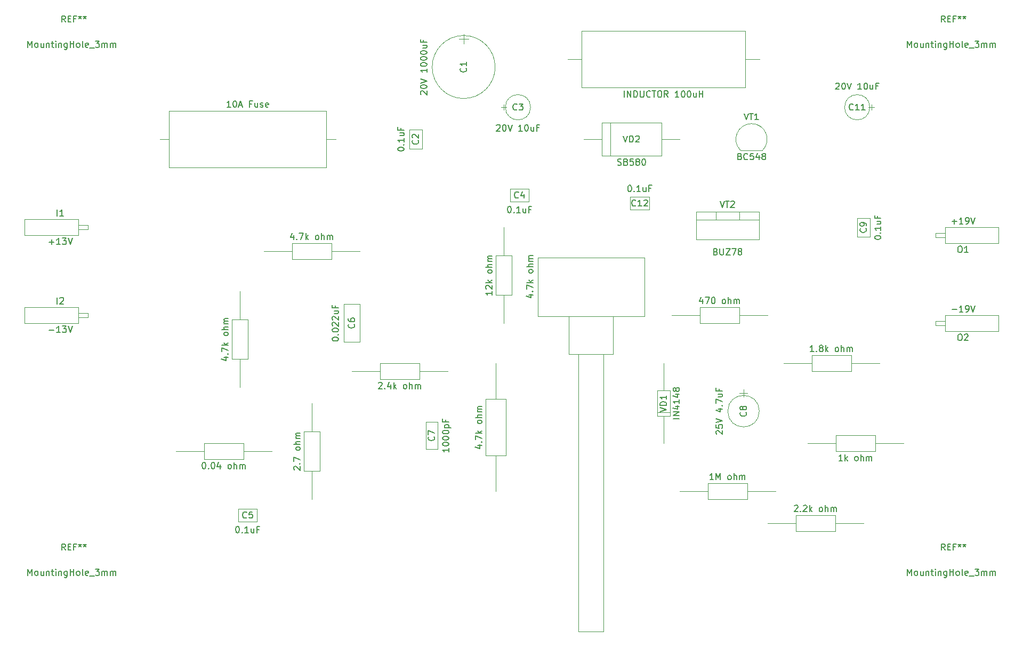
<source format=gbr>
G04 #@! TF.FileFunction,Other,Fab,Top*
%FSLAX46Y46*%
G04 Gerber Fmt 4.6, Leading zero omitted, Abs format (unit mm)*
G04 Created by KiCad (PCBNEW 4.0.7) date 09/14/18 10:33:28*
%MOMM*%
%LPD*%
G01*
G04 APERTURE LIST*
%ADD10C,0.100000*%
%ADD11C,0.150000*%
G04 APERTURE END LIST*
D10*
X134540000Y-50760000D02*
G75*
G03X134540000Y-50760000I-5000000J0D01*
G01*
X129540000Y-45560000D02*
X129540000Y-47060000D01*
X130290000Y-46310000D02*
X128790000Y-46310000D01*
X122920000Y-60710000D02*
X120920000Y-60710000D01*
X120920000Y-60710000D02*
X120920000Y-63710000D01*
X120920000Y-63710000D02*
X122920000Y-63710000D01*
X122920000Y-63710000D02*
X122920000Y-60710000D01*
X140160000Y-57150000D02*
G75*
G03X140160000Y-57150000I-2000000J0D01*
G01*
X135460000Y-57150000D02*
X136360000Y-57150000D01*
X135910000Y-56700000D02*
X135910000Y-57600000D01*
X136910000Y-70120000D02*
X136910000Y-72120000D01*
X136910000Y-72120000D02*
X139910000Y-72120000D01*
X139910000Y-72120000D02*
X139910000Y-70120000D01*
X139910000Y-70120000D02*
X136910000Y-70120000D01*
X93730000Y-120920000D02*
X93730000Y-122920000D01*
X93730000Y-122920000D02*
X96730000Y-122920000D01*
X96730000Y-122920000D02*
X96730000Y-120920000D01*
X96730000Y-120920000D02*
X93730000Y-120920000D01*
X113010000Y-88400000D02*
X110510000Y-88400000D01*
X110510000Y-88400000D02*
X110510000Y-94400000D01*
X110510000Y-94400000D02*
X113010000Y-94400000D01*
X113010000Y-94400000D02*
X113010000Y-88400000D01*
X123510000Y-111410000D02*
X125410000Y-111410000D01*
X125410000Y-111410000D02*
X125410000Y-107110000D01*
X125410000Y-107110000D02*
X123510000Y-107110000D01*
X123510000Y-107110000D02*
X123510000Y-111410000D01*
X176490000Y-105390000D02*
G75*
G03X176490000Y-105390000I-2500000J0D01*
G01*
X173990000Y-101940000D02*
X173990000Y-103140000D01*
X174640000Y-102540000D02*
X173340000Y-102540000D01*
X192040000Y-77720000D02*
X194040000Y-77720000D01*
X194040000Y-77720000D02*
X194040000Y-74720000D01*
X194040000Y-74720000D02*
X192040000Y-74720000D01*
X192040000Y-74720000D02*
X192040000Y-77720000D01*
X194040000Y-57150000D02*
G75*
G03X194040000Y-57150000I-2000000J0D01*
G01*
X194740000Y-57150000D02*
X193840000Y-57150000D01*
X194290000Y-57600000D02*
X194290000Y-56700000D01*
X159000000Y-73390000D02*
X159000000Y-71390000D01*
X159000000Y-71390000D02*
X156000000Y-71390000D01*
X156000000Y-71390000D02*
X156000000Y-73390000D01*
X156000000Y-73390000D02*
X159000000Y-73390000D01*
X68330000Y-74930000D02*
X68330000Y-77470000D01*
X68330000Y-77470000D02*
X59820000Y-77470000D01*
X59820000Y-77470000D02*
X59820000Y-74930000D01*
X59820000Y-74930000D02*
X68330000Y-74930000D01*
X69850000Y-75880000D02*
X69850000Y-76520000D01*
X69850000Y-76520000D02*
X68330000Y-76520000D01*
X68330000Y-76520000D02*
X68330000Y-75880000D01*
X68330000Y-75880000D02*
X69850000Y-75880000D01*
X68330000Y-88900000D02*
X68330000Y-91440000D01*
X68330000Y-91440000D02*
X59820000Y-91440000D01*
X59820000Y-91440000D02*
X59820000Y-88900000D01*
X59820000Y-88900000D02*
X68330000Y-88900000D01*
X69850000Y-89850000D02*
X69850000Y-90490000D01*
X69850000Y-90490000D02*
X68330000Y-90490000D01*
X68330000Y-90490000D02*
X68330000Y-89850000D01*
X68330000Y-89850000D02*
X69850000Y-89850000D01*
X148290000Y-45030000D02*
X148290000Y-54030000D01*
X148290000Y-54030000D02*
X174290000Y-54030000D01*
X174290000Y-54030000D02*
X174290000Y-45030000D01*
X174290000Y-45030000D02*
X148290000Y-45030000D01*
X146050000Y-49530000D02*
X148290000Y-49530000D01*
X176530000Y-49530000D02*
X174290000Y-49530000D01*
X205990000Y-78740000D02*
X205990000Y-76200000D01*
X205990000Y-76200000D02*
X214500000Y-76200000D01*
X214500000Y-76200000D02*
X214500000Y-78740000D01*
X214500000Y-78740000D02*
X205990000Y-78740000D01*
X204470000Y-77790000D02*
X204470000Y-77150000D01*
X204470000Y-77150000D02*
X205990000Y-77150000D01*
X205990000Y-77150000D02*
X205990000Y-77790000D01*
X205990000Y-77790000D02*
X204470000Y-77790000D01*
X205990000Y-92710000D02*
X205990000Y-90170000D01*
X205990000Y-90170000D02*
X214500000Y-90170000D01*
X214500000Y-90170000D02*
X214500000Y-92710000D01*
X214500000Y-92710000D02*
X205990000Y-92710000D01*
X204470000Y-91760000D02*
X204470000Y-91120000D01*
X204470000Y-91120000D02*
X205990000Y-91120000D01*
X205990000Y-91120000D02*
X205990000Y-91760000D01*
X205990000Y-91760000D02*
X204470000Y-91760000D01*
X107750000Y-66730000D02*
X107750000Y-57730000D01*
X107750000Y-57730000D02*
X82750000Y-57730000D01*
X82750000Y-57730000D02*
X82750000Y-66730000D01*
X82750000Y-66730000D02*
X107750000Y-66730000D01*
X109220000Y-62230000D02*
X107750000Y-62230000D01*
X81280000Y-62230000D02*
X82750000Y-62230000D01*
X108560000Y-81260000D02*
X108560000Y-78760000D01*
X108560000Y-78760000D02*
X102260000Y-78760000D01*
X102260000Y-78760000D02*
X102260000Y-81260000D01*
X102260000Y-81260000D02*
X108560000Y-81260000D01*
X113030000Y-80010000D02*
X108560000Y-80010000D01*
X97790000Y-80010000D02*
X102260000Y-80010000D01*
X95230000Y-90830000D02*
X92730000Y-90830000D01*
X92730000Y-90830000D02*
X92730000Y-97130000D01*
X92730000Y-97130000D02*
X95230000Y-97130000D01*
X95230000Y-97130000D02*
X95230000Y-90830000D01*
X93980000Y-86360000D02*
X93980000Y-90830000D01*
X93980000Y-101600000D02*
X93980000Y-97130000D01*
X116230000Y-97810000D02*
X116230000Y-100310000D01*
X116230000Y-100310000D02*
X122530000Y-100310000D01*
X122530000Y-100310000D02*
X122530000Y-97810000D01*
X122530000Y-97810000D02*
X116230000Y-97810000D01*
X111760000Y-99060000D02*
X116230000Y-99060000D01*
X127000000Y-99060000D02*
X122530000Y-99060000D01*
X158230000Y-81030000D02*
X141330000Y-81030000D01*
X141330000Y-81030000D02*
X141330000Y-90330000D01*
X141330000Y-90330000D02*
X158230000Y-90330000D01*
X158230000Y-90330000D02*
X158230000Y-81030000D01*
X153280000Y-90330000D02*
X146280000Y-90330000D01*
X146280000Y-90330000D02*
X146280000Y-96330000D01*
X146280000Y-96330000D02*
X153280000Y-96330000D01*
X153280000Y-96330000D02*
X153280000Y-90330000D01*
X151780000Y-96330000D02*
X147780000Y-96330000D01*
X147780000Y-96330000D02*
X147780000Y-140330000D01*
X147780000Y-140330000D02*
X151780000Y-140330000D01*
X151780000Y-140330000D02*
X151780000Y-96330000D01*
X137140000Y-80670000D02*
X134640000Y-80670000D01*
X134640000Y-80670000D02*
X134640000Y-86970000D01*
X134640000Y-86970000D02*
X137140000Y-86970000D01*
X137140000Y-86970000D02*
X137140000Y-80670000D01*
X135890000Y-76200000D02*
X135890000Y-80670000D01*
X135890000Y-91440000D02*
X135890000Y-86970000D01*
X88290000Y-110510000D02*
X88290000Y-113010000D01*
X88290000Y-113010000D02*
X94590000Y-113010000D01*
X94590000Y-113010000D02*
X94590000Y-110510000D01*
X94590000Y-110510000D02*
X88290000Y-110510000D01*
X83820000Y-111760000D02*
X88290000Y-111760000D01*
X99060000Y-111760000D02*
X94590000Y-111760000D01*
X106660000Y-108610000D02*
X104160000Y-108610000D01*
X104160000Y-108610000D02*
X104160000Y-114910000D01*
X104160000Y-114910000D02*
X106660000Y-114910000D01*
X106660000Y-114910000D02*
X106660000Y-108610000D01*
X105410000Y-104140000D02*
X105410000Y-108610000D01*
X105410000Y-119380000D02*
X105410000Y-114910000D01*
X136220000Y-103450000D02*
X133020000Y-103450000D01*
X133020000Y-103450000D02*
X133020000Y-112450000D01*
X133020000Y-112450000D02*
X136220000Y-112450000D01*
X136220000Y-112450000D02*
X136220000Y-103450000D01*
X134620000Y-97790000D02*
X134620000Y-103450000D01*
X134620000Y-118110000D02*
X134620000Y-112450000D01*
X174600000Y-119360000D02*
X174600000Y-116860000D01*
X174600000Y-116860000D02*
X168300000Y-116860000D01*
X168300000Y-116860000D02*
X168300000Y-119360000D01*
X168300000Y-119360000D02*
X174600000Y-119360000D01*
X179070000Y-118110000D02*
X174600000Y-118110000D01*
X163830000Y-118110000D02*
X168300000Y-118110000D01*
X188570000Y-124440000D02*
X188570000Y-121940000D01*
X188570000Y-121940000D02*
X182270000Y-121940000D01*
X182270000Y-121940000D02*
X182270000Y-124440000D01*
X182270000Y-124440000D02*
X188570000Y-124440000D01*
X193040000Y-123190000D02*
X188570000Y-123190000D01*
X177800000Y-123190000D02*
X182270000Y-123190000D01*
X173330000Y-91420000D02*
X173330000Y-88920000D01*
X173330000Y-88920000D02*
X167030000Y-88920000D01*
X167030000Y-88920000D02*
X167030000Y-91420000D01*
X167030000Y-91420000D02*
X173330000Y-91420000D01*
X177800000Y-90170000D02*
X173330000Y-90170000D01*
X162560000Y-90170000D02*
X167030000Y-90170000D01*
X188620000Y-109240000D02*
X188620000Y-111740000D01*
X188620000Y-111740000D02*
X194920000Y-111740000D01*
X194920000Y-111740000D02*
X194920000Y-109240000D01*
X194920000Y-109240000D02*
X188620000Y-109240000D01*
X184150000Y-110490000D02*
X188620000Y-110490000D01*
X199390000Y-110490000D02*
X194920000Y-110490000D01*
X191110000Y-99040000D02*
X191110000Y-96540000D01*
X191110000Y-96540000D02*
X184810000Y-96540000D01*
X184810000Y-96540000D02*
X184810000Y-99040000D01*
X184810000Y-99040000D02*
X191110000Y-99040000D01*
X195580000Y-97790000D02*
X191110000Y-97790000D01*
X180340000Y-97790000D02*
X184810000Y-97790000D01*
X160290000Y-106140000D02*
X162290000Y-106140000D01*
X162290000Y-106140000D02*
X162290000Y-102140000D01*
X162290000Y-102140000D02*
X160290000Y-102140000D01*
X160290000Y-102140000D02*
X160290000Y-106140000D01*
X161290000Y-110490000D02*
X161290000Y-106140000D01*
X161290000Y-97790000D02*
X161290000Y-102140000D01*
X160290000Y-105540000D02*
X162290000Y-105540000D01*
X151460000Y-59630000D02*
X151460000Y-64830000D01*
X151460000Y-64830000D02*
X160960000Y-64830000D01*
X160960000Y-64830000D02*
X160960000Y-59630000D01*
X160960000Y-59630000D02*
X151460000Y-59630000D01*
X148590000Y-62230000D02*
X151460000Y-62230000D01*
X163830000Y-62230000D02*
X160960000Y-62230000D01*
X152885000Y-59630000D02*
X152885000Y-64830000D01*
X173490000Y-63980000D02*
X176990000Y-63980000D01*
X177013625Y-63983625D02*
G75*
G03X175260000Y-59750000I-1753625J1753625D01*
G01*
X173506375Y-63983625D02*
G75*
G02X175260000Y-59750000I1753625J1753625D01*
G01*
X166450000Y-73700000D02*
X166450000Y-78100000D01*
X166450000Y-78100000D02*
X176450000Y-78100000D01*
X176450000Y-78100000D02*
X176450000Y-73700000D01*
X176450000Y-73700000D02*
X166450000Y-73700000D01*
X166450000Y-74970000D02*
X176450000Y-74970000D01*
X169600000Y-73700000D02*
X169600000Y-74970000D01*
X173300000Y-73700000D02*
X173300000Y-74970000D01*
D11*
X122777619Y-55117143D02*
X122730000Y-55069524D01*
X122682381Y-54974286D01*
X122682381Y-54736190D01*
X122730000Y-54640952D01*
X122777619Y-54593333D01*
X122872857Y-54545714D01*
X122968095Y-54545714D01*
X123110952Y-54593333D01*
X123682381Y-55164762D01*
X123682381Y-54545714D01*
X122682381Y-53926667D02*
X122682381Y-53831428D01*
X122730000Y-53736190D01*
X122777619Y-53688571D01*
X122872857Y-53640952D01*
X123063333Y-53593333D01*
X123301429Y-53593333D01*
X123491905Y-53640952D01*
X123587143Y-53688571D01*
X123634762Y-53736190D01*
X123682381Y-53831428D01*
X123682381Y-53926667D01*
X123634762Y-54021905D01*
X123587143Y-54069524D01*
X123491905Y-54117143D01*
X123301429Y-54164762D01*
X123063333Y-54164762D01*
X122872857Y-54117143D01*
X122777619Y-54069524D01*
X122730000Y-54021905D01*
X122682381Y-53926667D01*
X122682381Y-53307619D02*
X123682381Y-52974286D01*
X122682381Y-52640952D01*
X123682381Y-51021904D02*
X123682381Y-51593333D01*
X123682381Y-51307619D02*
X122682381Y-51307619D01*
X122825238Y-51402857D01*
X122920476Y-51498095D01*
X122968095Y-51593333D01*
X122682381Y-50402857D02*
X122682381Y-50307618D01*
X122730000Y-50212380D01*
X122777619Y-50164761D01*
X122872857Y-50117142D01*
X123063333Y-50069523D01*
X123301429Y-50069523D01*
X123491905Y-50117142D01*
X123587143Y-50164761D01*
X123634762Y-50212380D01*
X123682381Y-50307618D01*
X123682381Y-50402857D01*
X123634762Y-50498095D01*
X123587143Y-50545714D01*
X123491905Y-50593333D01*
X123301429Y-50640952D01*
X123063333Y-50640952D01*
X122872857Y-50593333D01*
X122777619Y-50545714D01*
X122730000Y-50498095D01*
X122682381Y-50402857D01*
X122682381Y-49450476D02*
X122682381Y-49355237D01*
X122730000Y-49259999D01*
X122777619Y-49212380D01*
X122872857Y-49164761D01*
X123063333Y-49117142D01*
X123301429Y-49117142D01*
X123491905Y-49164761D01*
X123587143Y-49212380D01*
X123634762Y-49259999D01*
X123682381Y-49355237D01*
X123682381Y-49450476D01*
X123634762Y-49545714D01*
X123587143Y-49593333D01*
X123491905Y-49640952D01*
X123301429Y-49688571D01*
X123063333Y-49688571D01*
X122872857Y-49640952D01*
X122777619Y-49593333D01*
X122730000Y-49545714D01*
X122682381Y-49450476D01*
X122682381Y-48498095D02*
X122682381Y-48402856D01*
X122730000Y-48307618D01*
X122777619Y-48259999D01*
X122872857Y-48212380D01*
X123063333Y-48164761D01*
X123301429Y-48164761D01*
X123491905Y-48212380D01*
X123587143Y-48259999D01*
X123634762Y-48307618D01*
X123682381Y-48402856D01*
X123682381Y-48498095D01*
X123634762Y-48593333D01*
X123587143Y-48640952D01*
X123491905Y-48688571D01*
X123301429Y-48736190D01*
X123063333Y-48736190D01*
X122872857Y-48688571D01*
X122777619Y-48640952D01*
X122730000Y-48593333D01*
X122682381Y-48498095D01*
X123015714Y-47307618D02*
X123682381Y-47307618D01*
X123015714Y-47736190D02*
X123539524Y-47736190D01*
X123634762Y-47688571D01*
X123682381Y-47593333D01*
X123682381Y-47450475D01*
X123634762Y-47355237D01*
X123587143Y-47307618D01*
X123158571Y-46498094D02*
X123158571Y-46831428D01*
X123682381Y-46831428D02*
X122682381Y-46831428D01*
X122682381Y-46355237D01*
X129897143Y-50926666D02*
X129944762Y-50974285D01*
X129992381Y-51117142D01*
X129992381Y-51212380D01*
X129944762Y-51355238D01*
X129849524Y-51450476D01*
X129754286Y-51498095D01*
X129563810Y-51545714D01*
X129420952Y-51545714D01*
X129230476Y-51498095D01*
X129135238Y-51450476D01*
X129040000Y-51355238D01*
X128992381Y-51212380D01*
X128992381Y-51117142D01*
X129040000Y-50974285D01*
X129087619Y-50926666D01*
X129992381Y-49974285D02*
X129992381Y-50545714D01*
X129992381Y-50260000D02*
X128992381Y-50260000D01*
X129135238Y-50355238D01*
X129230476Y-50450476D01*
X129278095Y-50545714D01*
X119062381Y-63852857D02*
X119062381Y-63757618D01*
X119110000Y-63662380D01*
X119157619Y-63614761D01*
X119252857Y-63567142D01*
X119443333Y-63519523D01*
X119681429Y-63519523D01*
X119871905Y-63567142D01*
X119967143Y-63614761D01*
X120014762Y-63662380D01*
X120062381Y-63757618D01*
X120062381Y-63852857D01*
X120014762Y-63948095D01*
X119967143Y-63995714D01*
X119871905Y-64043333D01*
X119681429Y-64090952D01*
X119443333Y-64090952D01*
X119252857Y-64043333D01*
X119157619Y-63995714D01*
X119110000Y-63948095D01*
X119062381Y-63852857D01*
X119967143Y-63090952D02*
X120014762Y-63043333D01*
X120062381Y-63090952D01*
X120014762Y-63138571D01*
X119967143Y-63090952D01*
X120062381Y-63090952D01*
X120062381Y-62090952D02*
X120062381Y-62662381D01*
X120062381Y-62376667D02*
X119062381Y-62376667D01*
X119205238Y-62471905D01*
X119300476Y-62567143D01*
X119348095Y-62662381D01*
X119395714Y-61233809D02*
X120062381Y-61233809D01*
X119395714Y-61662381D02*
X119919524Y-61662381D01*
X120014762Y-61614762D01*
X120062381Y-61519524D01*
X120062381Y-61376666D01*
X120014762Y-61281428D01*
X119967143Y-61233809D01*
X119538571Y-60424285D02*
X119538571Y-60757619D01*
X120062381Y-60757619D02*
X119062381Y-60757619D01*
X119062381Y-60281428D01*
X122277143Y-62376666D02*
X122324762Y-62424285D01*
X122372381Y-62567142D01*
X122372381Y-62662380D01*
X122324762Y-62805238D01*
X122229524Y-62900476D01*
X122134286Y-62948095D01*
X121943810Y-62995714D01*
X121800952Y-62995714D01*
X121610476Y-62948095D01*
X121515238Y-62900476D01*
X121420000Y-62805238D01*
X121372381Y-62662380D01*
X121372381Y-62567142D01*
X121420000Y-62424285D01*
X121467619Y-62376666D01*
X121467619Y-61995714D02*
X121420000Y-61948095D01*
X121372381Y-61852857D01*
X121372381Y-61614761D01*
X121420000Y-61519523D01*
X121467619Y-61471904D01*
X121562857Y-61424285D01*
X121658095Y-61424285D01*
X121800952Y-61471904D01*
X122372381Y-62043333D01*
X122372381Y-61424285D01*
X134755238Y-60007619D02*
X134802857Y-59960000D01*
X134898095Y-59912381D01*
X135136191Y-59912381D01*
X135231429Y-59960000D01*
X135279048Y-60007619D01*
X135326667Y-60102857D01*
X135326667Y-60198095D01*
X135279048Y-60340952D01*
X134707619Y-60912381D01*
X135326667Y-60912381D01*
X135945714Y-59912381D02*
X136040953Y-59912381D01*
X136136191Y-59960000D01*
X136183810Y-60007619D01*
X136231429Y-60102857D01*
X136279048Y-60293333D01*
X136279048Y-60531429D01*
X136231429Y-60721905D01*
X136183810Y-60817143D01*
X136136191Y-60864762D01*
X136040953Y-60912381D01*
X135945714Y-60912381D01*
X135850476Y-60864762D01*
X135802857Y-60817143D01*
X135755238Y-60721905D01*
X135707619Y-60531429D01*
X135707619Y-60293333D01*
X135755238Y-60102857D01*
X135802857Y-60007619D01*
X135850476Y-59960000D01*
X135945714Y-59912381D01*
X136564762Y-59912381D02*
X136898095Y-60912381D01*
X137231429Y-59912381D01*
X138850477Y-60912381D02*
X138279048Y-60912381D01*
X138564762Y-60912381D02*
X138564762Y-59912381D01*
X138469524Y-60055238D01*
X138374286Y-60150476D01*
X138279048Y-60198095D01*
X139469524Y-59912381D02*
X139564763Y-59912381D01*
X139660001Y-59960000D01*
X139707620Y-60007619D01*
X139755239Y-60102857D01*
X139802858Y-60293333D01*
X139802858Y-60531429D01*
X139755239Y-60721905D01*
X139707620Y-60817143D01*
X139660001Y-60864762D01*
X139564763Y-60912381D01*
X139469524Y-60912381D01*
X139374286Y-60864762D01*
X139326667Y-60817143D01*
X139279048Y-60721905D01*
X139231429Y-60531429D01*
X139231429Y-60293333D01*
X139279048Y-60102857D01*
X139326667Y-60007619D01*
X139374286Y-59960000D01*
X139469524Y-59912381D01*
X140660001Y-60245714D02*
X140660001Y-60912381D01*
X140231429Y-60245714D02*
X140231429Y-60769524D01*
X140279048Y-60864762D01*
X140374286Y-60912381D01*
X140517144Y-60912381D01*
X140612382Y-60864762D01*
X140660001Y-60817143D01*
X141469525Y-60388571D02*
X141136191Y-60388571D01*
X141136191Y-60912381D02*
X141136191Y-59912381D01*
X141612382Y-59912381D01*
X137993334Y-57507143D02*
X137945715Y-57554762D01*
X137802858Y-57602381D01*
X137707620Y-57602381D01*
X137564762Y-57554762D01*
X137469524Y-57459524D01*
X137421905Y-57364286D01*
X137374286Y-57173810D01*
X137374286Y-57030952D01*
X137421905Y-56840476D01*
X137469524Y-56745238D01*
X137564762Y-56650000D01*
X137707620Y-56602381D01*
X137802858Y-56602381D01*
X137945715Y-56650000D01*
X137993334Y-56697619D01*
X138326667Y-56602381D02*
X138945715Y-56602381D01*
X138612381Y-56983333D01*
X138755239Y-56983333D01*
X138850477Y-57030952D01*
X138898096Y-57078571D01*
X138945715Y-57173810D01*
X138945715Y-57411905D01*
X138898096Y-57507143D01*
X138850477Y-57554762D01*
X138755239Y-57602381D01*
X138469524Y-57602381D01*
X138374286Y-57554762D01*
X138326667Y-57507143D01*
X136767143Y-72882381D02*
X136862382Y-72882381D01*
X136957620Y-72930000D01*
X137005239Y-72977619D01*
X137052858Y-73072857D01*
X137100477Y-73263333D01*
X137100477Y-73501429D01*
X137052858Y-73691905D01*
X137005239Y-73787143D01*
X136957620Y-73834762D01*
X136862382Y-73882381D01*
X136767143Y-73882381D01*
X136671905Y-73834762D01*
X136624286Y-73787143D01*
X136576667Y-73691905D01*
X136529048Y-73501429D01*
X136529048Y-73263333D01*
X136576667Y-73072857D01*
X136624286Y-72977619D01*
X136671905Y-72930000D01*
X136767143Y-72882381D01*
X137529048Y-73787143D02*
X137576667Y-73834762D01*
X137529048Y-73882381D01*
X137481429Y-73834762D01*
X137529048Y-73787143D01*
X137529048Y-73882381D01*
X138529048Y-73882381D02*
X137957619Y-73882381D01*
X138243333Y-73882381D02*
X138243333Y-72882381D01*
X138148095Y-73025238D01*
X138052857Y-73120476D01*
X137957619Y-73168095D01*
X139386191Y-73215714D02*
X139386191Y-73882381D01*
X138957619Y-73215714D02*
X138957619Y-73739524D01*
X139005238Y-73834762D01*
X139100476Y-73882381D01*
X139243334Y-73882381D01*
X139338572Y-73834762D01*
X139386191Y-73787143D01*
X140195715Y-73358571D02*
X139862381Y-73358571D01*
X139862381Y-73882381D02*
X139862381Y-72882381D01*
X140338572Y-72882381D01*
X138243334Y-71477143D02*
X138195715Y-71524762D01*
X138052858Y-71572381D01*
X137957620Y-71572381D01*
X137814762Y-71524762D01*
X137719524Y-71429524D01*
X137671905Y-71334286D01*
X137624286Y-71143810D01*
X137624286Y-71000952D01*
X137671905Y-70810476D01*
X137719524Y-70715238D01*
X137814762Y-70620000D01*
X137957620Y-70572381D01*
X138052858Y-70572381D01*
X138195715Y-70620000D01*
X138243334Y-70667619D01*
X139100477Y-70905714D02*
X139100477Y-71572381D01*
X138862381Y-70524762D02*
X138624286Y-71239048D01*
X139243334Y-71239048D01*
X93587143Y-123682381D02*
X93682382Y-123682381D01*
X93777620Y-123730000D01*
X93825239Y-123777619D01*
X93872858Y-123872857D01*
X93920477Y-124063333D01*
X93920477Y-124301429D01*
X93872858Y-124491905D01*
X93825239Y-124587143D01*
X93777620Y-124634762D01*
X93682382Y-124682381D01*
X93587143Y-124682381D01*
X93491905Y-124634762D01*
X93444286Y-124587143D01*
X93396667Y-124491905D01*
X93349048Y-124301429D01*
X93349048Y-124063333D01*
X93396667Y-123872857D01*
X93444286Y-123777619D01*
X93491905Y-123730000D01*
X93587143Y-123682381D01*
X94349048Y-124587143D02*
X94396667Y-124634762D01*
X94349048Y-124682381D01*
X94301429Y-124634762D01*
X94349048Y-124587143D01*
X94349048Y-124682381D01*
X95349048Y-124682381D02*
X94777619Y-124682381D01*
X95063333Y-124682381D02*
X95063333Y-123682381D01*
X94968095Y-123825238D01*
X94872857Y-123920476D01*
X94777619Y-123968095D01*
X96206191Y-124015714D02*
X96206191Y-124682381D01*
X95777619Y-124015714D02*
X95777619Y-124539524D01*
X95825238Y-124634762D01*
X95920476Y-124682381D01*
X96063334Y-124682381D01*
X96158572Y-124634762D01*
X96206191Y-124587143D01*
X97015715Y-124158571D02*
X96682381Y-124158571D01*
X96682381Y-124682381D02*
X96682381Y-123682381D01*
X97158572Y-123682381D01*
X95063334Y-122277143D02*
X95015715Y-122324762D01*
X94872858Y-122372381D01*
X94777620Y-122372381D01*
X94634762Y-122324762D01*
X94539524Y-122229524D01*
X94491905Y-122134286D01*
X94444286Y-121943810D01*
X94444286Y-121800952D01*
X94491905Y-121610476D01*
X94539524Y-121515238D01*
X94634762Y-121420000D01*
X94777620Y-121372381D01*
X94872858Y-121372381D01*
X95015715Y-121420000D01*
X95063334Y-121467619D01*
X95968096Y-121372381D02*
X95491905Y-121372381D01*
X95444286Y-121848571D01*
X95491905Y-121800952D01*
X95587143Y-121753333D01*
X95825239Y-121753333D01*
X95920477Y-121800952D01*
X95968096Y-121848571D01*
X96015715Y-121943810D01*
X96015715Y-122181905D01*
X95968096Y-122277143D01*
X95920477Y-122324762D01*
X95825239Y-122372381D01*
X95587143Y-122372381D01*
X95491905Y-122324762D01*
X95444286Y-122277143D01*
X108652381Y-93995238D02*
X108652381Y-93899999D01*
X108700000Y-93804761D01*
X108747619Y-93757142D01*
X108842857Y-93709523D01*
X109033333Y-93661904D01*
X109271429Y-93661904D01*
X109461905Y-93709523D01*
X109557143Y-93757142D01*
X109604762Y-93804761D01*
X109652381Y-93899999D01*
X109652381Y-93995238D01*
X109604762Y-94090476D01*
X109557143Y-94138095D01*
X109461905Y-94185714D01*
X109271429Y-94233333D01*
X109033333Y-94233333D01*
X108842857Y-94185714D01*
X108747619Y-94138095D01*
X108700000Y-94090476D01*
X108652381Y-93995238D01*
X109557143Y-93233333D02*
X109604762Y-93185714D01*
X109652381Y-93233333D01*
X109604762Y-93280952D01*
X109557143Y-93233333D01*
X109652381Y-93233333D01*
X108652381Y-92566667D02*
X108652381Y-92471428D01*
X108700000Y-92376190D01*
X108747619Y-92328571D01*
X108842857Y-92280952D01*
X109033333Y-92233333D01*
X109271429Y-92233333D01*
X109461905Y-92280952D01*
X109557143Y-92328571D01*
X109604762Y-92376190D01*
X109652381Y-92471428D01*
X109652381Y-92566667D01*
X109604762Y-92661905D01*
X109557143Y-92709524D01*
X109461905Y-92757143D01*
X109271429Y-92804762D01*
X109033333Y-92804762D01*
X108842857Y-92757143D01*
X108747619Y-92709524D01*
X108700000Y-92661905D01*
X108652381Y-92566667D01*
X108747619Y-91852381D02*
X108700000Y-91804762D01*
X108652381Y-91709524D01*
X108652381Y-91471428D01*
X108700000Y-91376190D01*
X108747619Y-91328571D01*
X108842857Y-91280952D01*
X108938095Y-91280952D01*
X109080952Y-91328571D01*
X109652381Y-91900000D01*
X109652381Y-91280952D01*
X108747619Y-90900000D02*
X108700000Y-90852381D01*
X108652381Y-90757143D01*
X108652381Y-90519047D01*
X108700000Y-90423809D01*
X108747619Y-90376190D01*
X108842857Y-90328571D01*
X108938095Y-90328571D01*
X109080952Y-90376190D01*
X109652381Y-90947619D01*
X109652381Y-90328571D01*
X108985714Y-89471428D02*
X109652381Y-89471428D01*
X108985714Y-89900000D02*
X109509524Y-89900000D01*
X109604762Y-89852381D01*
X109652381Y-89757143D01*
X109652381Y-89614285D01*
X109604762Y-89519047D01*
X109557143Y-89471428D01*
X109128571Y-88661904D02*
X109128571Y-88995238D01*
X109652381Y-88995238D02*
X108652381Y-88995238D01*
X108652381Y-88519047D01*
X112117143Y-91566666D02*
X112164762Y-91614285D01*
X112212381Y-91757142D01*
X112212381Y-91852380D01*
X112164762Y-91995238D01*
X112069524Y-92090476D01*
X111974286Y-92138095D01*
X111783810Y-92185714D01*
X111640952Y-92185714D01*
X111450476Y-92138095D01*
X111355238Y-92090476D01*
X111260000Y-91995238D01*
X111212381Y-91852380D01*
X111212381Y-91757142D01*
X111260000Y-91614285D01*
X111307619Y-91566666D01*
X111212381Y-90709523D02*
X111212381Y-90900000D01*
X111260000Y-90995238D01*
X111307619Y-91042857D01*
X111450476Y-91138095D01*
X111640952Y-91185714D01*
X112021905Y-91185714D01*
X112117143Y-91138095D01*
X112164762Y-91090476D01*
X112212381Y-90995238D01*
X112212381Y-90804761D01*
X112164762Y-90709523D01*
X112117143Y-90661904D01*
X112021905Y-90614285D01*
X111783810Y-90614285D01*
X111688571Y-90661904D01*
X111640952Y-90709523D01*
X111593333Y-90804761D01*
X111593333Y-90995238D01*
X111640952Y-91090476D01*
X111688571Y-91138095D01*
X111783810Y-91185714D01*
X127172381Y-111283809D02*
X127172381Y-111855238D01*
X127172381Y-111569524D02*
X126172381Y-111569524D01*
X126315238Y-111664762D01*
X126410476Y-111760000D01*
X126458095Y-111855238D01*
X126172381Y-110664762D02*
X126172381Y-110569523D01*
X126220000Y-110474285D01*
X126267619Y-110426666D01*
X126362857Y-110379047D01*
X126553333Y-110331428D01*
X126791429Y-110331428D01*
X126981905Y-110379047D01*
X127077143Y-110426666D01*
X127124762Y-110474285D01*
X127172381Y-110569523D01*
X127172381Y-110664762D01*
X127124762Y-110760000D01*
X127077143Y-110807619D01*
X126981905Y-110855238D01*
X126791429Y-110902857D01*
X126553333Y-110902857D01*
X126362857Y-110855238D01*
X126267619Y-110807619D01*
X126220000Y-110760000D01*
X126172381Y-110664762D01*
X126172381Y-109712381D02*
X126172381Y-109617142D01*
X126220000Y-109521904D01*
X126267619Y-109474285D01*
X126362857Y-109426666D01*
X126553333Y-109379047D01*
X126791429Y-109379047D01*
X126981905Y-109426666D01*
X127077143Y-109474285D01*
X127124762Y-109521904D01*
X127172381Y-109617142D01*
X127172381Y-109712381D01*
X127124762Y-109807619D01*
X127077143Y-109855238D01*
X126981905Y-109902857D01*
X126791429Y-109950476D01*
X126553333Y-109950476D01*
X126362857Y-109902857D01*
X126267619Y-109855238D01*
X126220000Y-109807619D01*
X126172381Y-109712381D01*
X126172381Y-108760000D02*
X126172381Y-108664761D01*
X126220000Y-108569523D01*
X126267619Y-108521904D01*
X126362857Y-108474285D01*
X126553333Y-108426666D01*
X126791429Y-108426666D01*
X126981905Y-108474285D01*
X127077143Y-108521904D01*
X127124762Y-108569523D01*
X127172381Y-108664761D01*
X127172381Y-108760000D01*
X127124762Y-108855238D01*
X127077143Y-108902857D01*
X126981905Y-108950476D01*
X126791429Y-108998095D01*
X126553333Y-108998095D01*
X126362857Y-108950476D01*
X126267619Y-108902857D01*
X126220000Y-108855238D01*
X126172381Y-108760000D01*
X126505714Y-107998095D02*
X127505714Y-107998095D01*
X126553333Y-107998095D02*
X126505714Y-107902857D01*
X126505714Y-107712380D01*
X126553333Y-107617142D01*
X126600952Y-107569523D01*
X126696190Y-107521904D01*
X126981905Y-107521904D01*
X127077143Y-107569523D01*
X127124762Y-107617142D01*
X127172381Y-107712380D01*
X127172381Y-107902857D01*
X127124762Y-107998095D01*
X126648571Y-106759999D02*
X126648571Y-107093333D01*
X127172381Y-107093333D02*
X126172381Y-107093333D01*
X126172381Y-106617142D01*
X124817143Y-109426666D02*
X124864762Y-109474285D01*
X124912381Y-109617142D01*
X124912381Y-109712380D01*
X124864762Y-109855238D01*
X124769524Y-109950476D01*
X124674286Y-109998095D01*
X124483810Y-110045714D01*
X124340952Y-110045714D01*
X124150476Y-109998095D01*
X124055238Y-109950476D01*
X123960000Y-109855238D01*
X123912381Y-109712380D01*
X123912381Y-109617142D01*
X123960000Y-109474285D01*
X124007619Y-109426666D01*
X123912381Y-109093333D02*
X123912381Y-108426666D01*
X124912381Y-108855238D01*
X169727619Y-109032857D02*
X169680000Y-108985238D01*
X169632381Y-108890000D01*
X169632381Y-108651904D01*
X169680000Y-108556666D01*
X169727619Y-108509047D01*
X169822857Y-108461428D01*
X169918095Y-108461428D01*
X170060952Y-108509047D01*
X170632381Y-109080476D01*
X170632381Y-108461428D01*
X169632381Y-107556666D02*
X169632381Y-108032857D01*
X170108571Y-108080476D01*
X170060952Y-108032857D01*
X170013333Y-107937619D01*
X170013333Y-107699523D01*
X170060952Y-107604285D01*
X170108571Y-107556666D01*
X170203810Y-107509047D01*
X170441905Y-107509047D01*
X170537143Y-107556666D01*
X170584762Y-107604285D01*
X170632381Y-107699523D01*
X170632381Y-107937619D01*
X170584762Y-108032857D01*
X170537143Y-108080476D01*
X169632381Y-107223333D02*
X170632381Y-106890000D01*
X169632381Y-106556666D01*
X169965714Y-105032856D02*
X170632381Y-105032856D01*
X169584762Y-105270952D02*
X170299048Y-105509047D01*
X170299048Y-104889999D01*
X170537143Y-104509047D02*
X170584762Y-104461428D01*
X170632381Y-104509047D01*
X170584762Y-104556666D01*
X170537143Y-104509047D01*
X170632381Y-104509047D01*
X169632381Y-104128095D02*
X169632381Y-103461428D01*
X170632381Y-103890000D01*
X169965714Y-102651904D02*
X170632381Y-102651904D01*
X169965714Y-103080476D02*
X170489524Y-103080476D01*
X170584762Y-103032857D01*
X170632381Y-102937619D01*
X170632381Y-102794761D01*
X170584762Y-102699523D01*
X170537143Y-102651904D01*
X170108571Y-101842380D02*
X170108571Y-102175714D01*
X170632381Y-102175714D02*
X169632381Y-102175714D01*
X169632381Y-101699523D01*
X174347143Y-105556666D02*
X174394762Y-105604285D01*
X174442381Y-105747142D01*
X174442381Y-105842380D01*
X174394762Y-105985238D01*
X174299524Y-106080476D01*
X174204286Y-106128095D01*
X174013810Y-106175714D01*
X173870952Y-106175714D01*
X173680476Y-106128095D01*
X173585238Y-106080476D01*
X173490000Y-105985238D01*
X173442381Y-105842380D01*
X173442381Y-105747142D01*
X173490000Y-105604285D01*
X173537619Y-105556666D01*
X173870952Y-104985238D02*
X173823333Y-105080476D01*
X173775714Y-105128095D01*
X173680476Y-105175714D01*
X173632857Y-105175714D01*
X173537619Y-105128095D01*
X173490000Y-105080476D01*
X173442381Y-104985238D01*
X173442381Y-104794761D01*
X173490000Y-104699523D01*
X173537619Y-104651904D01*
X173632857Y-104604285D01*
X173680476Y-104604285D01*
X173775714Y-104651904D01*
X173823333Y-104699523D01*
X173870952Y-104794761D01*
X173870952Y-104985238D01*
X173918571Y-105080476D01*
X173966190Y-105128095D01*
X174061429Y-105175714D01*
X174251905Y-105175714D01*
X174347143Y-105128095D01*
X174394762Y-105080476D01*
X174442381Y-104985238D01*
X174442381Y-104794761D01*
X174394762Y-104699523D01*
X174347143Y-104651904D01*
X174251905Y-104604285D01*
X174061429Y-104604285D01*
X173966190Y-104651904D01*
X173918571Y-104699523D01*
X173870952Y-104794761D01*
X194802381Y-77862857D02*
X194802381Y-77767618D01*
X194850000Y-77672380D01*
X194897619Y-77624761D01*
X194992857Y-77577142D01*
X195183333Y-77529523D01*
X195421429Y-77529523D01*
X195611905Y-77577142D01*
X195707143Y-77624761D01*
X195754762Y-77672380D01*
X195802381Y-77767618D01*
X195802381Y-77862857D01*
X195754762Y-77958095D01*
X195707143Y-78005714D01*
X195611905Y-78053333D01*
X195421429Y-78100952D01*
X195183333Y-78100952D01*
X194992857Y-78053333D01*
X194897619Y-78005714D01*
X194850000Y-77958095D01*
X194802381Y-77862857D01*
X195707143Y-77100952D02*
X195754762Y-77053333D01*
X195802381Y-77100952D01*
X195754762Y-77148571D01*
X195707143Y-77100952D01*
X195802381Y-77100952D01*
X195802381Y-76100952D02*
X195802381Y-76672381D01*
X195802381Y-76386667D02*
X194802381Y-76386667D01*
X194945238Y-76481905D01*
X195040476Y-76577143D01*
X195088095Y-76672381D01*
X195135714Y-75243809D02*
X195802381Y-75243809D01*
X195135714Y-75672381D02*
X195659524Y-75672381D01*
X195754762Y-75624762D01*
X195802381Y-75529524D01*
X195802381Y-75386666D01*
X195754762Y-75291428D01*
X195707143Y-75243809D01*
X195278571Y-74434285D02*
X195278571Y-74767619D01*
X195802381Y-74767619D02*
X194802381Y-74767619D01*
X194802381Y-74291428D01*
X193397143Y-76386666D02*
X193444762Y-76434285D01*
X193492381Y-76577142D01*
X193492381Y-76672380D01*
X193444762Y-76815238D01*
X193349524Y-76910476D01*
X193254286Y-76958095D01*
X193063810Y-77005714D01*
X192920952Y-77005714D01*
X192730476Y-76958095D01*
X192635238Y-76910476D01*
X192540000Y-76815238D01*
X192492381Y-76672380D01*
X192492381Y-76577142D01*
X192540000Y-76434285D01*
X192587619Y-76386666D01*
X193492381Y-75910476D02*
X193492381Y-75720000D01*
X193444762Y-75624761D01*
X193397143Y-75577142D01*
X193254286Y-75481904D01*
X193063810Y-75434285D01*
X192682857Y-75434285D01*
X192587619Y-75481904D01*
X192540000Y-75529523D01*
X192492381Y-75624761D01*
X192492381Y-75815238D01*
X192540000Y-75910476D01*
X192587619Y-75958095D01*
X192682857Y-76005714D01*
X192920952Y-76005714D01*
X193016190Y-75958095D01*
X193063810Y-75910476D01*
X193111429Y-75815238D01*
X193111429Y-75624761D01*
X193063810Y-75529523D01*
X193016190Y-75481904D01*
X192920952Y-75434285D01*
X188635238Y-53387619D02*
X188682857Y-53340000D01*
X188778095Y-53292381D01*
X189016191Y-53292381D01*
X189111429Y-53340000D01*
X189159048Y-53387619D01*
X189206667Y-53482857D01*
X189206667Y-53578095D01*
X189159048Y-53720952D01*
X188587619Y-54292381D01*
X189206667Y-54292381D01*
X189825714Y-53292381D02*
X189920953Y-53292381D01*
X190016191Y-53340000D01*
X190063810Y-53387619D01*
X190111429Y-53482857D01*
X190159048Y-53673333D01*
X190159048Y-53911429D01*
X190111429Y-54101905D01*
X190063810Y-54197143D01*
X190016191Y-54244762D01*
X189920953Y-54292381D01*
X189825714Y-54292381D01*
X189730476Y-54244762D01*
X189682857Y-54197143D01*
X189635238Y-54101905D01*
X189587619Y-53911429D01*
X189587619Y-53673333D01*
X189635238Y-53482857D01*
X189682857Y-53387619D01*
X189730476Y-53340000D01*
X189825714Y-53292381D01*
X190444762Y-53292381D02*
X190778095Y-54292381D01*
X191111429Y-53292381D01*
X192730477Y-54292381D02*
X192159048Y-54292381D01*
X192444762Y-54292381D02*
X192444762Y-53292381D01*
X192349524Y-53435238D01*
X192254286Y-53530476D01*
X192159048Y-53578095D01*
X193349524Y-53292381D02*
X193444763Y-53292381D01*
X193540001Y-53340000D01*
X193587620Y-53387619D01*
X193635239Y-53482857D01*
X193682858Y-53673333D01*
X193682858Y-53911429D01*
X193635239Y-54101905D01*
X193587620Y-54197143D01*
X193540001Y-54244762D01*
X193444763Y-54292381D01*
X193349524Y-54292381D01*
X193254286Y-54244762D01*
X193206667Y-54197143D01*
X193159048Y-54101905D01*
X193111429Y-53911429D01*
X193111429Y-53673333D01*
X193159048Y-53482857D01*
X193206667Y-53387619D01*
X193254286Y-53340000D01*
X193349524Y-53292381D01*
X194540001Y-53625714D02*
X194540001Y-54292381D01*
X194111429Y-53625714D02*
X194111429Y-54149524D01*
X194159048Y-54244762D01*
X194254286Y-54292381D01*
X194397144Y-54292381D01*
X194492382Y-54244762D01*
X194540001Y-54197143D01*
X195349525Y-53768571D02*
X195016191Y-53768571D01*
X195016191Y-54292381D02*
X195016191Y-53292381D01*
X195492382Y-53292381D01*
X191397143Y-57507143D02*
X191349524Y-57554762D01*
X191206667Y-57602381D01*
X191111429Y-57602381D01*
X190968571Y-57554762D01*
X190873333Y-57459524D01*
X190825714Y-57364286D01*
X190778095Y-57173810D01*
X190778095Y-57030952D01*
X190825714Y-56840476D01*
X190873333Y-56745238D01*
X190968571Y-56650000D01*
X191111429Y-56602381D01*
X191206667Y-56602381D01*
X191349524Y-56650000D01*
X191397143Y-56697619D01*
X192349524Y-57602381D02*
X191778095Y-57602381D01*
X192063809Y-57602381D02*
X192063809Y-56602381D01*
X191968571Y-56745238D01*
X191873333Y-56840476D01*
X191778095Y-56888095D01*
X193301905Y-57602381D02*
X192730476Y-57602381D01*
X193016190Y-57602381D02*
X193016190Y-56602381D01*
X192920952Y-56745238D01*
X192825714Y-56840476D01*
X192730476Y-56888095D01*
X155857143Y-69532381D02*
X155952382Y-69532381D01*
X156047620Y-69580000D01*
X156095239Y-69627619D01*
X156142858Y-69722857D01*
X156190477Y-69913333D01*
X156190477Y-70151429D01*
X156142858Y-70341905D01*
X156095239Y-70437143D01*
X156047620Y-70484762D01*
X155952382Y-70532381D01*
X155857143Y-70532381D01*
X155761905Y-70484762D01*
X155714286Y-70437143D01*
X155666667Y-70341905D01*
X155619048Y-70151429D01*
X155619048Y-69913333D01*
X155666667Y-69722857D01*
X155714286Y-69627619D01*
X155761905Y-69580000D01*
X155857143Y-69532381D01*
X156619048Y-70437143D02*
X156666667Y-70484762D01*
X156619048Y-70532381D01*
X156571429Y-70484762D01*
X156619048Y-70437143D01*
X156619048Y-70532381D01*
X157619048Y-70532381D02*
X157047619Y-70532381D01*
X157333333Y-70532381D02*
X157333333Y-69532381D01*
X157238095Y-69675238D01*
X157142857Y-69770476D01*
X157047619Y-69818095D01*
X158476191Y-69865714D02*
X158476191Y-70532381D01*
X158047619Y-69865714D02*
X158047619Y-70389524D01*
X158095238Y-70484762D01*
X158190476Y-70532381D01*
X158333334Y-70532381D01*
X158428572Y-70484762D01*
X158476191Y-70437143D01*
X159285715Y-70008571D02*
X158952381Y-70008571D01*
X158952381Y-70532381D02*
X158952381Y-69532381D01*
X159428572Y-69532381D01*
X156857143Y-72747143D02*
X156809524Y-72794762D01*
X156666667Y-72842381D01*
X156571429Y-72842381D01*
X156428571Y-72794762D01*
X156333333Y-72699524D01*
X156285714Y-72604286D01*
X156238095Y-72413810D01*
X156238095Y-72270952D01*
X156285714Y-72080476D01*
X156333333Y-71985238D01*
X156428571Y-71890000D01*
X156571429Y-71842381D01*
X156666667Y-71842381D01*
X156809524Y-71890000D01*
X156857143Y-71937619D01*
X157809524Y-72842381D02*
X157238095Y-72842381D01*
X157523809Y-72842381D02*
X157523809Y-71842381D01*
X157428571Y-71985238D01*
X157333333Y-72080476D01*
X157238095Y-72128095D01*
X158190476Y-71937619D02*
X158238095Y-71890000D01*
X158333333Y-71842381D01*
X158571429Y-71842381D01*
X158666667Y-71890000D01*
X158714286Y-71937619D01*
X158761905Y-72032857D01*
X158761905Y-72128095D01*
X158714286Y-72270952D01*
X158142857Y-72842381D01*
X158761905Y-72842381D01*
X63708095Y-78541429D02*
X64470000Y-78541429D01*
X64089048Y-78922381D02*
X64089048Y-78160476D01*
X65470000Y-78922381D02*
X64898571Y-78922381D01*
X65184285Y-78922381D02*
X65184285Y-77922381D01*
X65089047Y-78065238D01*
X64993809Y-78160476D01*
X64898571Y-78208095D01*
X65803333Y-77922381D02*
X66422381Y-77922381D01*
X66089047Y-78303333D01*
X66231905Y-78303333D01*
X66327143Y-78350952D01*
X66374762Y-78398571D01*
X66422381Y-78493810D01*
X66422381Y-78731905D01*
X66374762Y-78827143D01*
X66327143Y-78874762D01*
X66231905Y-78922381D01*
X65946190Y-78922381D01*
X65850952Y-78874762D01*
X65803333Y-78827143D01*
X66708095Y-77922381D02*
X67041428Y-78922381D01*
X67374762Y-77922381D01*
X64993810Y-74382381D02*
X64993810Y-73382381D01*
X65993810Y-74382381D02*
X65422381Y-74382381D01*
X65708095Y-74382381D02*
X65708095Y-73382381D01*
X65612857Y-73525238D01*
X65517619Y-73620476D01*
X65422381Y-73668095D01*
X63708095Y-92511429D02*
X64470000Y-92511429D01*
X65470000Y-92892381D02*
X64898571Y-92892381D01*
X65184285Y-92892381D02*
X65184285Y-91892381D01*
X65089047Y-92035238D01*
X64993809Y-92130476D01*
X64898571Y-92178095D01*
X65803333Y-91892381D02*
X66422381Y-91892381D01*
X66089047Y-92273333D01*
X66231905Y-92273333D01*
X66327143Y-92320952D01*
X66374762Y-92368571D01*
X66422381Y-92463810D01*
X66422381Y-92701905D01*
X66374762Y-92797143D01*
X66327143Y-92844762D01*
X66231905Y-92892381D01*
X65946190Y-92892381D01*
X65850952Y-92844762D01*
X65803333Y-92797143D01*
X66708095Y-91892381D02*
X67041428Y-92892381D01*
X67374762Y-91892381D01*
X64993810Y-88352381D02*
X64993810Y-87352381D01*
X65422381Y-87447619D02*
X65470000Y-87400000D01*
X65565238Y-87352381D01*
X65803334Y-87352381D01*
X65898572Y-87400000D01*
X65946191Y-87447619D01*
X65993810Y-87542857D01*
X65993810Y-87638095D01*
X65946191Y-87780952D01*
X65374762Y-88352381D01*
X65993810Y-88352381D01*
X155051905Y-55542381D02*
X155051905Y-54542381D01*
X155528095Y-55542381D02*
X155528095Y-54542381D01*
X156099524Y-55542381D01*
X156099524Y-54542381D01*
X156575714Y-55542381D02*
X156575714Y-54542381D01*
X156813809Y-54542381D01*
X156956667Y-54590000D01*
X157051905Y-54685238D01*
X157099524Y-54780476D01*
X157147143Y-54970952D01*
X157147143Y-55113810D01*
X157099524Y-55304286D01*
X157051905Y-55399524D01*
X156956667Y-55494762D01*
X156813809Y-55542381D01*
X156575714Y-55542381D01*
X157575714Y-54542381D02*
X157575714Y-55351905D01*
X157623333Y-55447143D01*
X157670952Y-55494762D01*
X157766190Y-55542381D01*
X157956667Y-55542381D01*
X158051905Y-55494762D01*
X158099524Y-55447143D01*
X158147143Y-55351905D01*
X158147143Y-54542381D01*
X159194762Y-55447143D02*
X159147143Y-55494762D01*
X159004286Y-55542381D01*
X158909048Y-55542381D01*
X158766190Y-55494762D01*
X158670952Y-55399524D01*
X158623333Y-55304286D01*
X158575714Y-55113810D01*
X158575714Y-54970952D01*
X158623333Y-54780476D01*
X158670952Y-54685238D01*
X158766190Y-54590000D01*
X158909048Y-54542381D01*
X159004286Y-54542381D01*
X159147143Y-54590000D01*
X159194762Y-54637619D01*
X159480476Y-54542381D02*
X160051905Y-54542381D01*
X159766190Y-55542381D02*
X159766190Y-54542381D01*
X160575714Y-54542381D02*
X160766191Y-54542381D01*
X160861429Y-54590000D01*
X160956667Y-54685238D01*
X161004286Y-54875714D01*
X161004286Y-55209048D01*
X160956667Y-55399524D01*
X160861429Y-55494762D01*
X160766191Y-55542381D01*
X160575714Y-55542381D01*
X160480476Y-55494762D01*
X160385238Y-55399524D01*
X160337619Y-55209048D01*
X160337619Y-54875714D01*
X160385238Y-54685238D01*
X160480476Y-54590000D01*
X160575714Y-54542381D01*
X162004286Y-55542381D02*
X161670952Y-55066190D01*
X161432857Y-55542381D02*
X161432857Y-54542381D01*
X161813810Y-54542381D01*
X161909048Y-54590000D01*
X161956667Y-54637619D01*
X162004286Y-54732857D01*
X162004286Y-54875714D01*
X161956667Y-54970952D01*
X161909048Y-55018571D01*
X161813810Y-55066190D01*
X161432857Y-55066190D01*
X163718572Y-55542381D02*
X163147143Y-55542381D01*
X163432857Y-55542381D02*
X163432857Y-54542381D01*
X163337619Y-54685238D01*
X163242381Y-54780476D01*
X163147143Y-54828095D01*
X164337619Y-54542381D02*
X164432858Y-54542381D01*
X164528096Y-54590000D01*
X164575715Y-54637619D01*
X164623334Y-54732857D01*
X164670953Y-54923333D01*
X164670953Y-55161429D01*
X164623334Y-55351905D01*
X164575715Y-55447143D01*
X164528096Y-55494762D01*
X164432858Y-55542381D01*
X164337619Y-55542381D01*
X164242381Y-55494762D01*
X164194762Y-55447143D01*
X164147143Y-55351905D01*
X164099524Y-55161429D01*
X164099524Y-54923333D01*
X164147143Y-54732857D01*
X164194762Y-54637619D01*
X164242381Y-54590000D01*
X164337619Y-54542381D01*
X165290000Y-54542381D02*
X165385239Y-54542381D01*
X165480477Y-54590000D01*
X165528096Y-54637619D01*
X165575715Y-54732857D01*
X165623334Y-54923333D01*
X165623334Y-55161429D01*
X165575715Y-55351905D01*
X165528096Y-55447143D01*
X165480477Y-55494762D01*
X165385239Y-55542381D01*
X165290000Y-55542381D01*
X165194762Y-55494762D01*
X165147143Y-55447143D01*
X165099524Y-55351905D01*
X165051905Y-55161429D01*
X165051905Y-54923333D01*
X165099524Y-54732857D01*
X165147143Y-54637619D01*
X165194762Y-54590000D01*
X165290000Y-54542381D01*
X166480477Y-54875714D02*
X166480477Y-55542381D01*
X166051905Y-54875714D02*
X166051905Y-55399524D01*
X166099524Y-55494762D01*
X166194762Y-55542381D01*
X166337620Y-55542381D01*
X166432858Y-55494762D01*
X166480477Y-55447143D01*
X166956667Y-55542381D02*
X166956667Y-54542381D01*
X166956667Y-55018571D02*
X167528096Y-55018571D01*
X167528096Y-55542381D02*
X167528096Y-54542381D01*
X207088095Y-75271429D02*
X207850000Y-75271429D01*
X207469048Y-75652381D02*
X207469048Y-74890476D01*
X208850000Y-75652381D02*
X208278571Y-75652381D01*
X208564285Y-75652381D02*
X208564285Y-74652381D01*
X208469047Y-74795238D01*
X208373809Y-74890476D01*
X208278571Y-74938095D01*
X209326190Y-75652381D02*
X209516666Y-75652381D01*
X209611905Y-75604762D01*
X209659524Y-75557143D01*
X209754762Y-75414286D01*
X209802381Y-75223810D01*
X209802381Y-74842857D01*
X209754762Y-74747619D01*
X209707143Y-74700000D01*
X209611905Y-74652381D01*
X209421428Y-74652381D01*
X209326190Y-74700000D01*
X209278571Y-74747619D01*
X209230952Y-74842857D01*
X209230952Y-75080952D01*
X209278571Y-75176190D01*
X209326190Y-75223810D01*
X209421428Y-75271429D01*
X209611905Y-75271429D01*
X209707143Y-75223810D01*
X209754762Y-75176190D01*
X209802381Y-75080952D01*
X210088095Y-74652381D02*
X210421428Y-75652381D01*
X210754762Y-74652381D01*
X208278571Y-79192381D02*
X208469048Y-79192381D01*
X208564286Y-79240000D01*
X208659524Y-79335238D01*
X208707143Y-79525714D01*
X208707143Y-79859048D01*
X208659524Y-80049524D01*
X208564286Y-80144762D01*
X208469048Y-80192381D01*
X208278571Y-80192381D01*
X208183333Y-80144762D01*
X208088095Y-80049524D01*
X208040476Y-79859048D01*
X208040476Y-79525714D01*
X208088095Y-79335238D01*
X208183333Y-79240000D01*
X208278571Y-79192381D01*
X209659524Y-80192381D02*
X209088095Y-80192381D01*
X209373809Y-80192381D02*
X209373809Y-79192381D01*
X209278571Y-79335238D01*
X209183333Y-79430476D01*
X209088095Y-79478095D01*
X207088095Y-89241429D02*
X207850000Y-89241429D01*
X208850000Y-89622381D02*
X208278571Y-89622381D01*
X208564285Y-89622381D02*
X208564285Y-88622381D01*
X208469047Y-88765238D01*
X208373809Y-88860476D01*
X208278571Y-88908095D01*
X209326190Y-89622381D02*
X209516666Y-89622381D01*
X209611905Y-89574762D01*
X209659524Y-89527143D01*
X209754762Y-89384286D01*
X209802381Y-89193810D01*
X209802381Y-88812857D01*
X209754762Y-88717619D01*
X209707143Y-88670000D01*
X209611905Y-88622381D01*
X209421428Y-88622381D01*
X209326190Y-88670000D01*
X209278571Y-88717619D01*
X209230952Y-88812857D01*
X209230952Y-89050952D01*
X209278571Y-89146190D01*
X209326190Y-89193810D01*
X209421428Y-89241429D01*
X209611905Y-89241429D01*
X209707143Y-89193810D01*
X209754762Y-89146190D01*
X209802381Y-89050952D01*
X210088095Y-88622381D02*
X210421428Y-89622381D01*
X210754762Y-88622381D01*
X208278571Y-93162381D02*
X208469048Y-93162381D01*
X208564286Y-93210000D01*
X208659524Y-93305238D01*
X208707143Y-93495714D01*
X208707143Y-93829048D01*
X208659524Y-94019524D01*
X208564286Y-94114762D01*
X208469048Y-94162381D01*
X208278571Y-94162381D01*
X208183333Y-94114762D01*
X208088095Y-94019524D01*
X208040476Y-93829048D01*
X208040476Y-93495714D01*
X208088095Y-93305238D01*
X208183333Y-93210000D01*
X208278571Y-93162381D01*
X209088095Y-93257619D02*
X209135714Y-93210000D01*
X209230952Y-93162381D01*
X209469048Y-93162381D01*
X209564286Y-93210000D01*
X209611905Y-93257619D01*
X209659524Y-93352857D01*
X209659524Y-93448095D01*
X209611905Y-93590952D01*
X209040476Y-94162381D01*
X209659524Y-94162381D01*
X92535714Y-57122381D02*
X91964285Y-57122381D01*
X92249999Y-57122381D02*
X92249999Y-56122381D01*
X92154761Y-56265238D01*
X92059523Y-56360476D01*
X91964285Y-56408095D01*
X93154761Y-56122381D02*
X93250000Y-56122381D01*
X93345238Y-56170000D01*
X93392857Y-56217619D01*
X93440476Y-56312857D01*
X93488095Y-56503333D01*
X93488095Y-56741429D01*
X93440476Y-56931905D01*
X93392857Y-57027143D01*
X93345238Y-57074762D01*
X93250000Y-57122381D01*
X93154761Y-57122381D01*
X93059523Y-57074762D01*
X93011904Y-57027143D01*
X92964285Y-56931905D01*
X92916666Y-56741429D01*
X92916666Y-56503333D01*
X92964285Y-56312857D01*
X93011904Y-56217619D01*
X93059523Y-56170000D01*
X93154761Y-56122381D01*
X93869047Y-56836667D02*
X94345238Y-56836667D01*
X93773809Y-57122381D02*
X94107142Y-56122381D01*
X94440476Y-57122381D01*
X95869048Y-56598571D02*
X95535714Y-56598571D01*
X95535714Y-57122381D02*
X95535714Y-56122381D01*
X96011905Y-56122381D01*
X96821429Y-56455714D02*
X96821429Y-57122381D01*
X96392857Y-56455714D02*
X96392857Y-56979524D01*
X96440476Y-57074762D01*
X96535714Y-57122381D01*
X96678572Y-57122381D01*
X96773810Y-57074762D01*
X96821429Y-57027143D01*
X97250000Y-57074762D02*
X97345238Y-57122381D01*
X97535714Y-57122381D01*
X97630953Y-57074762D01*
X97678572Y-56979524D01*
X97678572Y-56931905D01*
X97630953Y-56836667D01*
X97535714Y-56789048D01*
X97392857Y-56789048D01*
X97297619Y-56741429D01*
X97250000Y-56646190D01*
X97250000Y-56598571D01*
X97297619Y-56503333D01*
X97392857Y-56455714D01*
X97535714Y-56455714D01*
X97630953Y-56503333D01*
X98488096Y-57074762D02*
X98392858Y-57122381D01*
X98202381Y-57122381D01*
X98107143Y-57074762D01*
X98059524Y-56979524D01*
X98059524Y-56598571D01*
X98107143Y-56503333D01*
X98202381Y-56455714D01*
X98392858Y-56455714D01*
X98488096Y-56503333D01*
X98535715Y-56598571D01*
X98535715Y-56693810D01*
X98059524Y-56789048D01*
X102529048Y-77485714D02*
X102529048Y-78152381D01*
X102290952Y-77104762D02*
X102052857Y-77819048D01*
X102671905Y-77819048D01*
X103052857Y-78057143D02*
X103100476Y-78104762D01*
X103052857Y-78152381D01*
X103005238Y-78104762D01*
X103052857Y-78057143D01*
X103052857Y-78152381D01*
X103433809Y-77152381D02*
X104100476Y-77152381D01*
X103671904Y-78152381D01*
X104481428Y-78152381D02*
X104481428Y-77152381D01*
X104576666Y-77771429D02*
X104862381Y-78152381D01*
X104862381Y-77485714D02*
X104481428Y-77866667D01*
X106195714Y-78152381D02*
X106100476Y-78104762D01*
X106052857Y-78057143D01*
X106005238Y-77961905D01*
X106005238Y-77676190D01*
X106052857Y-77580952D01*
X106100476Y-77533333D01*
X106195714Y-77485714D01*
X106338572Y-77485714D01*
X106433810Y-77533333D01*
X106481429Y-77580952D01*
X106529048Y-77676190D01*
X106529048Y-77961905D01*
X106481429Y-78057143D01*
X106433810Y-78104762D01*
X106338572Y-78152381D01*
X106195714Y-78152381D01*
X106957619Y-78152381D02*
X106957619Y-77152381D01*
X107386191Y-78152381D02*
X107386191Y-77628571D01*
X107338572Y-77533333D01*
X107243334Y-77485714D01*
X107100476Y-77485714D01*
X107005238Y-77533333D01*
X106957619Y-77580952D01*
X107862381Y-78152381D02*
X107862381Y-77485714D01*
X107862381Y-77580952D02*
X107910000Y-77533333D01*
X108005238Y-77485714D01*
X108148096Y-77485714D01*
X108243334Y-77533333D01*
X108290953Y-77628571D01*
X108290953Y-78152381D01*
X108290953Y-77628571D02*
X108338572Y-77533333D01*
X108433810Y-77485714D01*
X108576667Y-77485714D01*
X108671905Y-77533333D01*
X108719524Y-77628571D01*
X108719524Y-78152381D01*
X91455714Y-96860952D02*
X92122381Y-96860952D01*
X91074762Y-97099048D02*
X91789048Y-97337143D01*
X91789048Y-96718095D01*
X92027143Y-96337143D02*
X92074762Y-96289524D01*
X92122381Y-96337143D01*
X92074762Y-96384762D01*
X92027143Y-96337143D01*
X92122381Y-96337143D01*
X91122381Y-95956191D02*
X91122381Y-95289524D01*
X92122381Y-95718096D01*
X92122381Y-94908572D02*
X91122381Y-94908572D01*
X91741429Y-94813334D02*
X92122381Y-94527619D01*
X91455714Y-94527619D02*
X91836667Y-94908572D01*
X92122381Y-93194286D02*
X92074762Y-93289524D01*
X92027143Y-93337143D01*
X91931905Y-93384762D01*
X91646190Y-93384762D01*
X91550952Y-93337143D01*
X91503333Y-93289524D01*
X91455714Y-93194286D01*
X91455714Y-93051428D01*
X91503333Y-92956190D01*
X91550952Y-92908571D01*
X91646190Y-92860952D01*
X91931905Y-92860952D01*
X92027143Y-92908571D01*
X92074762Y-92956190D01*
X92122381Y-93051428D01*
X92122381Y-93194286D01*
X92122381Y-92432381D02*
X91122381Y-92432381D01*
X92122381Y-92003809D02*
X91598571Y-92003809D01*
X91503333Y-92051428D01*
X91455714Y-92146666D01*
X91455714Y-92289524D01*
X91503333Y-92384762D01*
X91550952Y-92432381D01*
X92122381Y-91527619D02*
X91455714Y-91527619D01*
X91550952Y-91527619D02*
X91503333Y-91480000D01*
X91455714Y-91384762D01*
X91455714Y-91241904D01*
X91503333Y-91146666D01*
X91598571Y-91099047D01*
X92122381Y-91099047D01*
X91598571Y-91099047D02*
X91503333Y-91051428D01*
X91455714Y-90956190D01*
X91455714Y-90813333D01*
X91503333Y-90718095D01*
X91598571Y-90670476D01*
X92122381Y-90670476D01*
X116022857Y-100917619D02*
X116070476Y-100870000D01*
X116165714Y-100822381D01*
X116403810Y-100822381D01*
X116499048Y-100870000D01*
X116546667Y-100917619D01*
X116594286Y-101012857D01*
X116594286Y-101108095D01*
X116546667Y-101250952D01*
X115975238Y-101822381D01*
X116594286Y-101822381D01*
X117022857Y-101727143D02*
X117070476Y-101774762D01*
X117022857Y-101822381D01*
X116975238Y-101774762D01*
X117022857Y-101727143D01*
X117022857Y-101822381D01*
X117927619Y-101155714D02*
X117927619Y-101822381D01*
X117689523Y-100774762D02*
X117451428Y-101489048D01*
X118070476Y-101489048D01*
X118451428Y-101822381D02*
X118451428Y-100822381D01*
X118546666Y-101441429D02*
X118832381Y-101822381D01*
X118832381Y-101155714D02*
X118451428Y-101536667D01*
X120165714Y-101822381D02*
X120070476Y-101774762D01*
X120022857Y-101727143D01*
X119975238Y-101631905D01*
X119975238Y-101346190D01*
X120022857Y-101250952D01*
X120070476Y-101203333D01*
X120165714Y-101155714D01*
X120308572Y-101155714D01*
X120403810Y-101203333D01*
X120451429Y-101250952D01*
X120499048Y-101346190D01*
X120499048Y-101631905D01*
X120451429Y-101727143D01*
X120403810Y-101774762D01*
X120308572Y-101822381D01*
X120165714Y-101822381D01*
X120927619Y-101822381D02*
X120927619Y-100822381D01*
X121356191Y-101822381D02*
X121356191Y-101298571D01*
X121308572Y-101203333D01*
X121213334Y-101155714D01*
X121070476Y-101155714D01*
X120975238Y-101203333D01*
X120927619Y-101250952D01*
X121832381Y-101822381D02*
X121832381Y-101155714D01*
X121832381Y-101250952D02*
X121880000Y-101203333D01*
X121975238Y-101155714D01*
X122118096Y-101155714D01*
X122213334Y-101203333D01*
X122260953Y-101298571D01*
X122260953Y-101822381D01*
X122260953Y-101298571D02*
X122308572Y-101203333D01*
X122403810Y-101155714D01*
X122546667Y-101155714D01*
X122641905Y-101203333D01*
X122689524Y-101298571D01*
X122689524Y-101822381D01*
X139865714Y-86910952D02*
X140532381Y-86910952D01*
X139484762Y-87149048D02*
X140199048Y-87387143D01*
X140199048Y-86768095D01*
X140437143Y-86387143D02*
X140484762Y-86339524D01*
X140532381Y-86387143D01*
X140484762Y-86434762D01*
X140437143Y-86387143D01*
X140532381Y-86387143D01*
X139532381Y-86006191D02*
X139532381Y-85339524D01*
X140532381Y-85768096D01*
X140532381Y-84958572D02*
X139532381Y-84958572D01*
X140151429Y-84863334D02*
X140532381Y-84577619D01*
X139865714Y-84577619D02*
X140246667Y-84958572D01*
X140532381Y-83244286D02*
X140484762Y-83339524D01*
X140437143Y-83387143D01*
X140341905Y-83434762D01*
X140056190Y-83434762D01*
X139960952Y-83387143D01*
X139913333Y-83339524D01*
X139865714Y-83244286D01*
X139865714Y-83101428D01*
X139913333Y-83006190D01*
X139960952Y-82958571D01*
X140056190Y-82910952D01*
X140341905Y-82910952D01*
X140437143Y-82958571D01*
X140484762Y-83006190D01*
X140532381Y-83101428D01*
X140532381Y-83244286D01*
X140532381Y-82482381D02*
X139532381Y-82482381D01*
X140532381Y-82053809D02*
X140008571Y-82053809D01*
X139913333Y-82101428D01*
X139865714Y-82196666D01*
X139865714Y-82339524D01*
X139913333Y-82434762D01*
X139960952Y-82482381D01*
X140532381Y-81577619D02*
X139865714Y-81577619D01*
X139960952Y-81577619D02*
X139913333Y-81530000D01*
X139865714Y-81434762D01*
X139865714Y-81291904D01*
X139913333Y-81196666D01*
X140008571Y-81149047D01*
X140532381Y-81149047D01*
X140008571Y-81149047D02*
X139913333Y-81101428D01*
X139865714Y-81006190D01*
X139865714Y-80863333D01*
X139913333Y-80768095D01*
X140008571Y-80720476D01*
X140532381Y-80720476D01*
X134032381Y-86367619D02*
X134032381Y-86939048D01*
X134032381Y-86653334D02*
X133032381Y-86653334D01*
X133175238Y-86748572D01*
X133270476Y-86843810D01*
X133318095Y-86939048D01*
X133127619Y-85986667D02*
X133080000Y-85939048D01*
X133032381Y-85843810D01*
X133032381Y-85605714D01*
X133080000Y-85510476D01*
X133127619Y-85462857D01*
X133222857Y-85415238D01*
X133318095Y-85415238D01*
X133460952Y-85462857D01*
X134032381Y-86034286D01*
X134032381Y-85415238D01*
X134032381Y-84986667D02*
X133032381Y-84986667D01*
X133651429Y-84891429D02*
X134032381Y-84605714D01*
X133365714Y-84605714D02*
X133746667Y-84986667D01*
X134032381Y-83272381D02*
X133984762Y-83367619D01*
X133937143Y-83415238D01*
X133841905Y-83462857D01*
X133556190Y-83462857D01*
X133460952Y-83415238D01*
X133413333Y-83367619D01*
X133365714Y-83272381D01*
X133365714Y-83129523D01*
X133413333Y-83034285D01*
X133460952Y-82986666D01*
X133556190Y-82939047D01*
X133841905Y-82939047D01*
X133937143Y-82986666D01*
X133984762Y-83034285D01*
X134032381Y-83129523D01*
X134032381Y-83272381D01*
X134032381Y-82510476D02*
X133032381Y-82510476D01*
X134032381Y-82081904D02*
X133508571Y-82081904D01*
X133413333Y-82129523D01*
X133365714Y-82224761D01*
X133365714Y-82367619D01*
X133413333Y-82462857D01*
X133460952Y-82510476D01*
X134032381Y-81605714D02*
X133365714Y-81605714D01*
X133460952Y-81605714D02*
X133413333Y-81558095D01*
X133365714Y-81462857D01*
X133365714Y-81319999D01*
X133413333Y-81224761D01*
X133508571Y-81177142D01*
X134032381Y-81177142D01*
X133508571Y-81177142D02*
X133413333Y-81129523D01*
X133365714Y-81034285D01*
X133365714Y-80891428D01*
X133413333Y-80796190D01*
X133508571Y-80748571D01*
X134032381Y-80748571D01*
X88249524Y-113522381D02*
X88344763Y-113522381D01*
X88440001Y-113570000D01*
X88487620Y-113617619D01*
X88535239Y-113712857D01*
X88582858Y-113903333D01*
X88582858Y-114141429D01*
X88535239Y-114331905D01*
X88487620Y-114427143D01*
X88440001Y-114474762D01*
X88344763Y-114522381D01*
X88249524Y-114522381D01*
X88154286Y-114474762D01*
X88106667Y-114427143D01*
X88059048Y-114331905D01*
X88011429Y-114141429D01*
X88011429Y-113903333D01*
X88059048Y-113712857D01*
X88106667Y-113617619D01*
X88154286Y-113570000D01*
X88249524Y-113522381D01*
X89011429Y-114427143D02*
X89059048Y-114474762D01*
X89011429Y-114522381D01*
X88963810Y-114474762D01*
X89011429Y-114427143D01*
X89011429Y-114522381D01*
X89678095Y-113522381D02*
X89773334Y-113522381D01*
X89868572Y-113570000D01*
X89916191Y-113617619D01*
X89963810Y-113712857D01*
X90011429Y-113903333D01*
X90011429Y-114141429D01*
X89963810Y-114331905D01*
X89916191Y-114427143D01*
X89868572Y-114474762D01*
X89773334Y-114522381D01*
X89678095Y-114522381D01*
X89582857Y-114474762D01*
X89535238Y-114427143D01*
X89487619Y-114331905D01*
X89440000Y-114141429D01*
X89440000Y-113903333D01*
X89487619Y-113712857D01*
X89535238Y-113617619D01*
X89582857Y-113570000D01*
X89678095Y-113522381D01*
X90868572Y-113855714D02*
X90868572Y-114522381D01*
X90630476Y-113474762D02*
X90392381Y-114189048D01*
X91011429Y-114189048D01*
X92297143Y-114522381D02*
X92201905Y-114474762D01*
X92154286Y-114427143D01*
X92106667Y-114331905D01*
X92106667Y-114046190D01*
X92154286Y-113950952D01*
X92201905Y-113903333D01*
X92297143Y-113855714D01*
X92440001Y-113855714D01*
X92535239Y-113903333D01*
X92582858Y-113950952D01*
X92630477Y-114046190D01*
X92630477Y-114331905D01*
X92582858Y-114427143D01*
X92535239Y-114474762D01*
X92440001Y-114522381D01*
X92297143Y-114522381D01*
X93059048Y-114522381D02*
X93059048Y-113522381D01*
X93487620Y-114522381D02*
X93487620Y-113998571D01*
X93440001Y-113903333D01*
X93344763Y-113855714D01*
X93201905Y-113855714D01*
X93106667Y-113903333D01*
X93059048Y-113950952D01*
X93963810Y-114522381D02*
X93963810Y-113855714D01*
X93963810Y-113950952D02*
X94011429Y-113903333D01*
X94106667Y-113855714D01*
X94249525Y-113855714D01*
X94344763Y-113903333D01*
X94392382Y-113998571D01*
X94392382Y-114522381D01*
X94392382Y-113998571D02*
X94440001Y-113903333D01*
X94535239Y-113855714D01*
X94678096Y-113855714D01*
X94773334Y-113903333D01*
X94820953Y-113998571D01*
X94820953Y-114522381D01*
X102647619Y-114712381D02*
X102600000Y-114664762D01*
X102552381Y-114569524D01*
X102552381Y-114331428D01*
X102600000Y-114236190D01*
X102647619Y-114188571D01*
X102742857Y-114140952D01*
X102838095Y-114140952D01*
X102980952Y-114188571D01*
X103552381Y-114760000D01*
X103552381Y-114140952D01*
X103457143Y-113712381D02*
X103504762Y-113664762D01*
X103552381Y-113712381D01*
X103504762Y-113760000D01*
X103457143Y-113712381D01*
X103552381Y-113712381D01*
X102552381Y-113331429D02*
X102552381Y-112664762D01*
X103552381Y-113093334D01*
X103552381Y-111379048D02*
X103504762Y-111474286D01*
X103457143Y-111521905D01*
X103361905Y-111569524D01*
X103076190Y-111569524D01*
X102980952Y-111521905D01*
X102933333Y-111474286D01*
X102885714Y-111379048D01*
X102885714Y-111236190D01*
X102933333Y-111140952D01*
X102980952Y-111093333D01*
X103076190Y-111045714D01*
X103361905Y-111045714D01*
X103457143Y-111093333D01*
X103504762Y-111140952D01*
X103552381Y-111236190D01*
X103552381Y-111379048D01*
X103552381Y-110617143D02*
X102552381Y-110617143D01*
X103552381Y-110188571D02*
X103028571Y-110188571D01*
X102933333Y-110236190D01*
X102885714Y-110331428D01*
X102885714Y-110474286D01*
X102933333Y-110569524D01*
X102980952Y-110617143D01*
X103552381Y-109712381D02*
X102885714Y-109712381D01*
X102980952Y-109712381D02*
X102933333Y-109664762D01*
X102885714Y-109569524D01*
X102885714Y-109426666D01*
X102933333Y-109331428D01*
X103028571Y-109283809D01*
X103552381Y-109283809D01*
X103028571Y-109283809D02*
X102933333Y-109236190D01*
X102885714Y-109140952D01*
X102885714Y-108998095D01*
X102933333Y-108902857D01*
X103028571Y-108855238D01*
X103552381Y-108855238D01*
X131745714Y-110830952D02*
X132412381Y-110830952D01*
X131364762Y-111069048D02*
X132079048Y-111307143D01*
X132079048Y-110688095D01*
X132317143Y-110307143D02*
X132364762Y-110259524D01*
X132412381Y-110307143D01*
X132364762Y-110354762D01*
X132317143Y-110307143D01*
X132412381Y-110307143D01*
X131412381Y-109926191D02*
X131412381Y-109259524D01*
X132412381Y-109688096D01*
X132412381Y-108878572D02*
X131412381Y-108878572D01*
X132031429Y-108783334D02*
X132412381Y-108497619D01*
X131745714Y-108497619D02*
X132126667Y-108878572D01*
X132412381Y-107164286D02*
X132364762Y-107259524D01*
X132317143Y-107307143D01*
X132221905Y-107354762D01*
X131936190Y-107354762D01*
X131840952Y-107307143D01*
X131793333Y-107259524D01*
X131745714Y-107164286D01*
X131745714Y-107021428D01*
X131793333Y-106926190D01*
X131840952Y-106878571D01*
X131936190Y-106830952D01*
X132221905Y-106830952D01*
X132317143Y-106878571D01*
X132364762Y-106926190D01*
X132412381Y-107021428D01*
X132412381Y-107164286D01*
X132412381Y-106402381D02*
X131412381Y-106402381D01*
X132412381Y-105973809D02*
X131888571Y-105973809D01*
X131793333Y-106021428D01*
X131745714Y-106116666D01*
X131745714Y-106259524D01*
X131793333Y-106354762D01*
X131840952Y-106402381D01*
X132412381Y-105497619D02*
X131745714Y-105497619D01*
X131840952Y-105497619D02*
X131793333Y-105450000D01*
X131745714Y-105354762D01*
X131745714Y-105211904D01*
X131793333Y-105116666D01*
X131888571Y-105069047D01*
X132412381Y-105069047D01*
X131888571Y-105069047D02*
X131793333Y-105021428D01*
X131745714Y-104926190D01*
X131745714Y-104783333D01*
X131793333Y-104688095D01*
X131888571Y-104640476D01*
X132412381Y-104640476D01*
X169211905Y-116252381D02*
X168640476Y-116252381D01*
X168926190Y-116252381D02*
X168926190Y-115252381D01*
X168830952Y-115395238D01*
X168735714Y-115490476D01*
X168640476Y-115538095D01*
X169640476Y-116252381D02*
X169640476Y-115252381D01*
X169973810Y-115966667D01*
X170307143Y-115252381D01*
X170307143Y-116252381D01*
X171688095Y-116252381D02*
X171592857Y-116204762D01*
X171545238Y-116157143D01*
X171497619Y-116061905D01*
X171497619Y-115776190D01*
X171545238Y-115680952D01*
X171592857Y-115633333D01*
X171688095Y-115585714D01*
X171830953Y-115585714D01*
X171926191Y-115633333D01*
X171973810Y-115680952D01*
X172021429Y-115776190D01*
X172021429Y-116061905D01*
X171973810Y-116157143D01*
X171926191Y-116204762D01*
X171830953Y-116252381D01*
X171688095Y-116252381D01*
X172450000Y-116252381D02*
X172450000Y-115252381D01*
X172878572Y-116252381D02*
X172878572Y-115728571D01*
X172830953Y-115633333D01*
X172735715Y-115585714D01*
X172592857Y-115585714D01*
X172497619Y-115633333D01*
X172450000Y-115680952D01*
X173354762Y-116252381D02*
X173354762Y-115585714D01*
X173354762Y-115680952D02*
X173402381Y-115633333D01*
X173497619Y-115585714D01*
X173640477Y-115585714D01*
X173735715Y-115633333D01*
X173783334Y-115728571D01*
X173783334Y-116252381D01*
X173783334Y-115728571D02*
X173830953Y-115633333D01*
X173926191Y-115585714D01*
X174069048Y-115585714D01*
X174164286Y-115633333D01*
X174211905Y-115728571D01*
X174211905Y-116252381D01*
X182062857Y-120427619D02*
X182110476Y-120380000D01*
X182205714Y-120332381D01*
X182443810Y-120332381D01*
X182539048Y-120380000D01*
X182586667Y-120427619D01*
X182634286Y-120522857D01*
X182634286Y-120618095D01*
X182586667Y-120760952D01*
X182015238Y-121332381D01*
X182634286Y-121332381D01*
X183062857Y-121237143D02*
X183110476Y-121284762D01*
X183062857Y-121332381D01*
X183015238Y-121284762D01*
X183062857Y-121237143D01*
X183062857Y-121332381D01*
X183491428Y-120427619D02*
X183539047Y-120380000D01*
X183634285Y-120332381D01*
X183872381Y-120332381D01*
X183967619Y-120380000D01*
X184015238Y-120427619D01*
X184062857Y-120522857D01*
X184062857Y-120618095D01*
X184015238Y-120760952D01*
X183443809Y-121332381D01*
X184062857Y-121332381D01*
X184491428Y-121332381D02*
X184491428Y-120332381D01*
X184586666Y-120951429D02*
X184872381Y-121332381D01*
X184872381Y-120665714D02*
X184491428Y-121046667D01*
X186205714Y-121332381D02*
X186110476Y-121284762D01*
X186062857Y-121237143D01*
X186015238Y-121141905D01*
X186015238Y-120856190D01*
X186062857Y-120760952D01*
X186110476Y-120713333D01*
X186205714Y-120665714D01*
X186348572Y-120665714D01*
X186443810Y-120713333D01*
X186491429Y-120760952D01*
X186539048Y-120856190D01*
X186539048Y-121141905D01*
X186491429Y-121237143D01*
X186443810Y-121284762D01*
X186348572Y-121332381D01*
X186205714Y-121332381D01*
X186967619Y-121332381D02*
X186967619Y-120332381D01*
X187396191Y-121332381D02*
X187396191Y-120808571D01*
X187348572Y-120713333D01*
X187253334Y-120665714D01*
X187110476Y-120665714D01*
X187015238Y-120713333D01*
X186967619Y-120760952D01*
X187872381Y-121332381D02*
X187872381Y-120665714D01*
X187872381Y-120760952D02*
X187920000Y-120713333D01*
X188015238Y-120665714D01*
X188158096Y-120665714D01*
X188253334Y-120713333D01*
X188300953Y-120808571D01*
X188300953Y-121332381D01*
X188300953Y-120808571D02*
X188348572Y-120713333D01*
X188443810Y-120665714D01*
X188586667Y-120665714D01*
X188681905Y-120713333D01*
X188729524Y-120808571D01*
X188729524Y-121332381D01*
X167465715Y-87645714D02*
X167465715Y-88312381D01*
X167227619Y-87264762D02*
X166989524Y-87979048D01*
X167608572Y-87979048D01*
X167894286Y-87312381D02*
X168560953Y-87312381D01*
X168132381Y-88312381D01*
X169132381Y-87312381D02*
X169227620Y-87312381D01*
X169322858Y-87360000D01*
X169370477Y-87407619D01*
X169418096Y-87502857D01*
X169465715Y-87693333D01*
X169465715Y-87931429D01*
X169418096Y-88121905D01*
X169370477Y-88217143D01*
X169322858Y-88264762D01*
X169227620Y-88312381D01*
X169132381Y-88312381D01*
X169037143Y-88264762D01*
X168989524Y-88217143D01*
X168941905Y-88121905D01*
X168894286Y-87931429D01*
X168894286Y-87693333D01*
X168941905Y-87502857D01*
X168989524Y-87407619D01*
X169037143Y-87360000D01*
X169132381Y-87312381D01*
X170799048Y-88312381D02*
X170703810Y-88264762D01*
X170656191Y-88217143D01*
X170608572Y-88121905D01*
X170608572Y-87836190D01*
X170656191Y-87740952D01*
X170703810Y-87693333D01*
X170799048Y-87645714D01*
X170941906Y-87645714D01*
X171037144Y-87693333D01*
X171084763Y-87740952D01*
X171132382Y-87836190D01*
X171132382Y-88121905D01*
X171084763Y-88217143D01*
X171037144Y-88264762D01*
X170941906Y-88312381D01*
X170799048Y-88312381D01*
X171560953Y-88312381D02*
X171560953Y-87312381D01*
X171989525Y-88312381D02*
X171989525Y-87788571D01*
X171941906Y-87693333D01*
X171846668Y-87645714D01*
X171703810Y-87645714D01*
X171608572Y-87693333D01*
X171560953Y-87740952D01*
X172465715Y-88312381D02*
X172465715Y-87645714D01*
X172465715Y-87740952D02*
X172513334Y-87693333D01*
X172608572Y-87645714D01*
X172751430Y-87645714D01*
X172846668Y-87693333D01*
X172894287Y-87788571D01*
X172894287Y-88312381D01*
X172894287Y-87788571D02*
X172941906Y-87693333D01*
X173037144Y-87645714D01*
X173180001Y-87645714D01*
X173275239Y-87693333D01*
X173322858Y-87788571D01*
X173322858Y-88312381D01*
X189698572Y-113252381D02*
X189127143Y-113252381D01*
X189412857Y-113252381D02*
X189412857Y-112252381D01*
X189317619Y-112395238D01*
X189222381Y-112490476D01*
X189127143Y-112538095D01*
X190127143Y-113252381D02*
X190127143Y-112252381D01*
X190222381Y-112871429D02*
X190508096Y-113252381D01*
X190508096Y-112585714D02*
X190127143Y-112966667D01*
X191841429Y-113252381D02*
X191746191Y-113204762D01*
X191698572Y-113157143D01*
X191650953Y-113061905D01*
X191650953Y-112776190D01*
X191698572Y-112680952D01*
X191746191Y-112633333D01*
X191841429Y-112585714D01*
X191984287Y-112585714D01*
X192079525Y-112633333D01*
X192127144Y-112680952D01*
X192174763Y-112776190D01*
X192174763Y-113061905D01*
X192127144Y-113157143D01*
X192079525Y-113204762D01*
X191984287Y-113252381D01*
X191841429Y-113252381D01*
X192603334Y-113252381D02*
X192603334Y-112252381D01*
X193031906Y-113252381D02*
X193031906Y-112728571D01*
X192984287Y-112633333D01*
X192889049Y-112585714D01*
X192746191Y-112585714D01*
X192650953Y-112633333D01*
X192603334Y-112680952D01*
X193508096Y-113252381D02*
X193508096Y-112585714D01*
X193508096Y-112680952D02*
X193555715Y-112633333D01*
X193650953Y-112585714D01*
X193793811Y-112585714D01*
X193889049Y-112633333D01*
X193936668Y-112728571D01*
X193936668Y-113252381D01*
X193936668Y-112728571D02*
X193984287Y-112633333D01*
X194079525Y-112585714D01*
X194222382Y-112585714D01*
X194317620Y-112633333D01*
X194365239Y-112728571D01*
X194365239Y-113252381D01*
X185174286Y-95932381D02*
X184602857Y-95932381D01*
X184888571Y-95932381D02*
X184888571Y-94932381D01*
X184793333Y-95075238D01*
X184698095Y-95170476D01*
X184602857Y-95218095D01*
X185602857Y-95837143D02*
X185650476Y-95884762D01*
X185602857Y-95932381D01*
X185555238Y-95884762D01*
X185602857Y-95837143D01*
X185602857Y-95932381D01*
X186221904Y-95360952D02*
X186126666Y-95313333D01*
X186079047Y-95265714D01*
X186031428Y-95170476D01*
X186031428Y-95122857D01*
X186079047Y-95027619D01*
X186126666Y-94980000D01*
X186221904Y-94932381D01*
X186412381Y-94932381D01*
X186507619Y-94980000D01*
X186555238Y-95027619D01*
X186602857Y-95122857D01*
X186602857Y-95170476D01*
X186555238Y-95265714D01*
X186507619Y-95313333D01*
X186412381Y-95360952D01*
X186221904Y-95360952D01*
X186126666Y-95408571D01*
X186079047Y-95456190D01*
X186031428Y-95551429D01*
X186031428Y-95741905D01*
X186079047Y-95837143D01*
X186126666Y-95884762D01*
X186221904Y-95932381D01*
X186412381Y-95932381D01*
X186507619Y-95884762D01*
X186555238Y-95837143D01*
X186602857Y-95741905D01*
X186602857Y-95551429D01*
X186555238Y-95456190D01*
X186507619Y-95408571D01*
X186412381Y-95360952D01*
X187031428Y-95932381D02*
X187031428Y-94932381D01*
X187126666Y-95551429D02*
X187412381Y-95932381D01*
X187412381Y-95265714D02*
X187031428Y-95646667D01*
X188745714Y-95932381D02*
X188650476Y-95884762D01*
X188602857Y-95837143D01*
X188555238Y-95741905D01*
X188555238Y-95456190D01*
X188602857Y-95360952D01*
X188650476Y-95313333D01*
X188745714Y-95265714D01*
X188888572Y-95265714D01*
X188983810Y-95313333D01*
X189031429Y-95360952D01*
X189079048Y-95456190D01*
X189079048Y-95741905D01*
X189031429Y-95837143D01*
X188983810Y-95884762D01*
X188888572Y-95932381D01*
X188745714Y-95932381D01*
X189507619Y-95932381D02*
X189507619Y-94932381D01*
X189936191Y-95932381D02*
X189936191Y-95408571D01*
X189888572Y-95313333D01*
X189793334Y-95265714D01*
X189650476Y-95265714D01*
X189555238Y-95313333D01*
X189507619Y-95360952D01*
X190412381Y-95932381D02*
X190412381Y-95265714D01*
X190412381Y-95360952D02*
X190460000Y-95313333D01*
X190555238Y-95265714D01*
X190698096Y-95265714D01*
X190793334Y-95313333D01*
X190840953Y-95408571D01*
X190840953Y-95932381D01*
X190840953Y-95408571D02*
X190888572Y-95313333D01*
X190983810Y-95265714D01*
X191126667Y-95265714D01*
X191221905Y-95313333D01*
X191269524Y-95408571D01*
X191269524Y-95932381D01*
X163802381Y-106568571D02*
X162802381Y-106568571D01*
X163802381Y-106092381D02*
X162802381Y-106092381D01*
X163802381Y-105520952D01*
X162802381Y-105520952D01*
X163135714Y-104616190D02*
X163802381Y-104616190D01*
X162754762Y-104854286D02*
X163469048Y-105092381D01*
X163469048Y-104473333D01*
X163802381Y-103568571D02*
X163802381Y-104140000D01*
X163802381Y-103854286D02*
X162802381Y-103854286D01*
X162945238Y-103949524D01*
X163040476Y-104044762D01*
X163088095Y-104140000D01*
X163135714Y-102711428D02*
X163802381Y-102711428D01*
X162754762Y-102949524D02*
X163469048Y-103187619D01*
X163469048Y-102568571D01*
X163230952Y-102044762D02*
X163183333Y-102140000D01*
X163135714Y-102187619D01*
X163040476Y-102235238D01*
X162992857Y-102235238D01*
X162897619Y-102187619D01*
X162850000Y-102140000D01*
X162802381Y-102044762D01*
X162802381Y-101854285D01*
X162850000Y-101759047D01*
X162897619Y-101711428D01*
X162992857Y-101663809D01*
X163040476Y-101663809D01*
X163135714Y-101711428D01*
X163183333Y-101759047D01*
X163230952Y-101854285D01*
X163230952Y-102044762D01*
X163278571Y-102140000D01*
X163326190Y-102187619D01*
X163421429Y-102235238D01*
X163611905Y-102235238D01*
X163707143Y-102187619D01*
X163754762Y-102140000D01*
X163802381Y-102044762D01*
X163802381Y-101854285D01*
X163754762Y-101759047D01*
X163707143Y-101711428D01*
X163611905Y-101663809D01*
X163421429Y-101663809D01*
X163326190Y-101711428D01*
X163278571Y-101759047D01*
X163230952Y-101854285D01*
X160742381Y-105449524D02*
X161742381Y-105116191D01*
X160742381Y-104782857D01*
X161742381Y-104449524D02*
X160742381Y-104449524D01*
X160742381Y-104211429D01*
X160790000Y-104068571D01*
X160885238Y-103973333D01*
X160980476Y-103925714D01*
X161170952Y-103878095D01*
X161313810Y-103878095D01*
X161504286Y-103925714D01*
X161599524Y-103973333D01*
X161694762Y-104068571D01*
X161742381Y-104211429D01*
X161742381Y-104449524D01*
X161742381Y-102925714D02*
X161742381Y-103497143D01*
X161742381Y-103211429D02*
X160742381Y-103211429D01*
X160885238Y-103306667D01*
X160980476Y-103401905D01*
X161028095Y-103497143D01*
X153995714Y-66294762D02*
X154138571Y-66342381D01*
X154376667Y-66342381D01*
X154471905Y-66294762D01*
X154519524Y-66247143D01*
X154567143Y-66151905D01*
X154567143Y-66056667D01*
X154519524Y-65961429D01*
X154471905Y-65913810D01*
X154376667Y-65866190D01*
X154186190Y-65818571D01*
X154090952Y-65770952D01*
X154043333Y-65723333D01*
X153995714Y-65628095D01*
X153995714Y-65532857D01*
X154043333Y-65437619D01*
X154090952Y-65390000D01*
X154186190Y-65342381D01*
X154424286Y-65342381D01*
X154567143Y-65390000D01*
X155329048Y-65818571D02*
X155471905Y-65866190D01*
X155519524Y-65913810D01*
X155567143Y-66009048D01*
X155567143Y-66151905D01*
X155519524Y-66247143D01*
X155471905Y-66294762D01*
X155376667Y-66342381D01*
X154995714Y-66342381D01*
X154995714Y-65342381D01*
X155329048Y-65342381D01*
X155424286Y-65390000D01*
X155471905Y-65437619D01*
X155519524Y-65532857D01*
X155519524Y-65628095D01*
X155471905Y-65723333D01*
X155424286Y-65770952D01*
X155329048Y-65818571D01*
X154995714Y-65818571D01*
X156471905Y-65342381D02*
X155995714Y-65342381D01*
X155948095Y-65818571D01*
X155995714Y-65770952D01*
X156090952Y-65723333D01*
X156329048Y-65723333D01*
X156424286Y-65770952D01*
X156471905Y-65818571D01*
X156519524Y-65913810D01*
X156519524Y-66151905D01*
X156471905Y-66247143D01*
X156424286Y-66294762D01*
X156329048Y-66342381D01*
X156090952Y-66342381D01*
X155995714Y-66294762D01*
X155948095Y-66247143D01*
X157090952Y-65770952D02*
X156995714Y-65723333D01*
X156948095Y-65675714D01*
X156900476Y-65580476D01*
X156900476Y-65532857D01*
X156948095Y-65437619D01*
X156995714Y-65390000D01*
X157090952Y-65342381D01*
X157281429Y-65342381D01*
X157376667Y-65390000D01*
X157424286Y-65437619D01*
X157471905Y-65532857D01*
X157471905Y-65580476D01*
X157424286Y-65675714D01*
X157376667Y-65723333D01*
X157281429Y-65770952D01*
X157090952Y-65770952D01*
X156995714Y-65818571D01*
X156948095Y-65866190D01*
X156900476Y-65961429D01*
X156900476Y-66151905D01*
X156948095Y-66247143D01*
X156995714Y-66294762D01*
X157090952Y-66342381D01*
X157281429Y-66342381D01*
X157376667Y-66294762D01*
X157424286Y-66247143D01*
X157471905Y-66151905D01*
X157471905Y-65961429D01*
X157424286Y-65866190D01*
X157376667Y-65818571D01*
X157281429Y-65770952D01*
X158090952Y-65342381D02*
X158186191Y-65342381D01*
X158281429Y-65390000D01*
X158329048Y-65437619D01*
X158376667Y-65532857D01*
X158424286Y-65723333D01*
X158424286Y-65961429D01*
X158376667Y-66151905D01*
X158329048Y-66247143D01*
X158281429Y-66294762D01*
X158186191Y-66342381D01*
X158090952Y-66342381D01*
X157995714Y-66294762D01*
X157948095Y-66247143D01*
X157900476Y-66151905D01*
X157852857Y-65961429D01*
X157852857Y-65723333D01*
X157900476Y-65532857D01*
X157948095Y-65437619D01*
X157995714Y-65390000D01*
X158090952Y-65342381D01*
X154900476Y-61682381D02*
X155233809Y-62682381D01*
X155567143Y-61682381D01*
X155900476Y-62682381D02*
X155900476Y-61682381D01*
X156138571Y-61682381D01*
X156281429Y-61730000D01*
X156376667Y-61825238D01*
X156424286Y-61920476D01*
X156471905Y-62110952D01*
X156471905Y-62253810D01*
X156424286Y-62444286D01*
X156376667Y-62539524D01*
X156281429Y-62634762D01*
X156138571Y-62682381D01*
X155900476Y-62682381D01*
X156852857Y-61777619D02*
X156900476Y-61730000D01*
X156995714Y-61682381D01*
X157233810Y-61682381D01*
X157329048Y-61730000D01*
X157376667Y-61777619D01*
X157424286Y-61872857D01*
X157424286Y-61968095D01*
X157376667Y-62110952D01*
X156805238Y-62682381D01*
X157424286Y-62682381D01*
X173402858Y-64948571D02*
X173545715Y-64996190D01*
X173593334Y-65043810D01*
X173640953Y-65139048D01*
X173640953Y-65281905D01*
X173593334Y-65377143D01*
X173545715Y-65424762D01*
X173450477Y-65472381D01*
X173069524Y-65472381D01*
X173069524Y-64472381D01*
X173402858Y-64472381D01*
X173498096Y-64520000D01*
X173545715Y-64567619D01*
X173593334Y-64662857D01*
X173593334Y-64758095D01*
X173545715Y-64853333D01*
X173498096Y-64900952D01*
X173402858Y-64948571D01*
X173069524Y-64948571D01*
X174640953Y-65377143D02*
X174593334Y-65424762D01*
X174450477Y-65472381D01*
X174355239Y-65472381D01*
X174212381Y-65424762D01*
X174117143Y-65329524D01*
X174069524Y-65234286D01*
X174021905Y-65043810D01*
X174021905Y-64900952D01*
X174069524Y-64710476D01*
X174117143Y-64615238D01*
X174212381Y-64520000D01*
X174355239Y-64472381D01*
X174450477Y-64472381D01*
X174593334Y-64520000D01*
X174640953Y-64567619D01*
X175545715Y-64472381D02*
X175069524Y-64472381D01*
X175021905Y-64948571D01*
X175069524Y-64900952D01*
X175164762Y-64853333D01*
X175402858Y-64853333D01*
X175498096Y-64900952D01*
X175545715Y-64948571D01*
X175593334Y-65043810D01*
X175593334Y-65281905D01*
X175545715Y-65377143D01*
X175498096Y-65424762D01*
X175402858Y-65472381D01*
X175164762Y-65472381D01*
X175069524Y-65424762D01*
X175021905Y-65377143D01*
X176450477Y-64805714D02*
X176450477Y-65472381D01*
X176212381Y-64424762D02*
X175974286Y-65139048D01*
X176593334Y-65139048D01*
X177117143Y-64900952D02*
X177021905Y-64853333D01*
X176974286Y-64805714D01*
X176926667Y-64710476D01*
X176926667Y-64662857D01*
X176974286Y-64567619D01*
X177021905Y-64520000D01*
X177117143Y-64472381D01*
X177307620Y-64472381D01*
X177402858Y-64520000D01*
X177450477Y-64567619D01*
X177498096Y-64662857D01*
X177498096Y-64710476D01*
X177450477Y-64805714D01*
X177402858Y-64853333D01*
X177307620Y-64900952D01*
X177117143Y-64900952D01*
X177021905Y-64948571D01*
X176974286Y-64996190D01*
X176926667Y-65091429D01*
X176926667Y-65281905D01*
X176974286Y-65377143D01*
X177021905Y-65424762D01*
X177117143Y-65472381D01*
X177307620Y-65472381D01*
X177402858Y-65424762D01*
X177450477Y-65377143D01*
X177498096Y-65281905D01*
X177498096Y-65091429D01*
X177450477Y-64996190D01*
X177402858Y-64948571D01*
X177307620Y-64900952D01*
X174069524Y-58122381D02*
X174402857Y-59122381D01*
X174736191Y-58122381D01*
X174926667Y-58122381D02*
X175498096Y-58122381D01*
X175212381Y-59122381D02*
X175212381Y-58122381D01*
X176355239Y-59122381D02*
X175783810Y-59122381D01*
X176069524Y-59122381D02*
X176069524Y-58122381D01*
X175974286Y-58265238D01*
X175879048Y-58360476D01*
X175783810Y-58408095D01*
X169569048Y-80048571D02*
X169711905Y-80096190D01*
X169759524Y-80143810D01*
X169807143Y-80239048D01*
X169807143Y-80381905D01*
X169759524Y-80477143D01*
X169711905Y-80524762D01*
X169616667Y-80572381D01*
X169235714Y-80572381D01*
X169235714Y-79572381D01*
X169569048Y-79572381D01*
X169664286Y-79620000D01*
X169711905Y-79667619D01*
X169759524Y-79762857D01*
X169759524Y-79858095D01*
X169711905Y-79953333D01*
X169664286Y-80000952D01*
X169569048Y-80048571D01*
X169235714Y-80048571D01*
X170235714Y-79572381D02*
X170235714Y-80381905D01*
X170283333Y-80477143D01*
X170330952Y-80524762D01*
X170426190Y-80572381D01*
X170616667Y-80572381D01*
X170711905Y-80524762D01*
X170759524Y-80477143D01*
X170807143Y-80381905D01*
X170807143Y-79572381D01*
X171188095Y-79572381D02*
X171854762Y-79572381D01*
X171188095Y-80572381D01*
X171854762Y-80572381D01*
X172140476Y-79572381D02*
X172807143Y-79572381D01*
X172378571Y-80572381D01*
X173330952Y-80000952D02*
X173235714Y-79953333D01*
X173188095Y-79905714D01*
X173140476Y-79810476D01*
X173140476Y-79762857D01*
X173188095Y-79667619D01*
X173235714Y-79620000D01*
X173330952Y-79572381D01*
X173521429Y-79572381D01*
X173616667Y-79620000D01*
X173664286Y-79667619D01*
X173711905Y-79762857D01*
X173711905Y-79810476D01*
X173664286Y-79905714D01*
X173616667Y-79953333D01*
X173521429Y-80000952D01*
X173330952Y-80000952D01*
X173235714Y-80048571D01*
X173188095Y-80096190D01*
X173140476Y-80191429D01*
X173140476Y-80381905D01*
X173188095Y-80477143D01*
X173235714Y-80524762D01*
X173330952Y-80572381D01*
X173521429Y-80572381D01*
X173616667Y-80524762D01*
X173664286Y-80477143D01*
X173711905Y-80381905D01*
X173711905Y-80191429D01*
X173664286Y-80096190D01*
X173616667Y-80048571D01*
X173521429Y-80000952D01*
X170259524Y-72032381D02*
X170592857Y-73032381D01*
X170926191Y-72032381D01*
X171116667Y-72032381D02*
X171688096Y-72032381D01*
X171402381Y-73032381D02*
X171402381Y-72032381D01*
X171973810Y-72127619D02*
X172021429Y-72080000D01*
X172116667Y-72032381D01*
X172354763Y-72032381D01*
X172450001Y-72080000D01*
X172497620Y-72127619D01*
X172545239Y-72222857D01*
X172545239Y-72318095D01*
X172497620Y-72460952D01*
X171926191Y-73032381D01*
X172545239Y-73032381D01*
X60333809Y-47632381D02*
X60333809Y-46632381D01*
X60667143Y-47346667D01*
X61000476Y-46632381D01*
X61000476Y-47632381D01*
X61619523Y-47632381D02*
X61524285Y-47584762D01*
X61476666Y-47537143D01*
X61429047Y-47441905D01*
X61429047Y-47156190D01*
X61476666Y-47060952D01*
X61524285Y-47013333D01*
X61619523Y-46965714D01*
X61762381Y-46965714D01*
X61857619Y-47013333D01*
X61905238Y-47060952D01*
X61952857Y-47156190D01*
X61952857Y-47441905D01*
X61905238Y-47537143D01*
X61857619Y-47584762D01*
X61762381Y-47632381D01*
X61619523Y-47632381D01*
X62810000Y-46965714D02*
X62810000Y-47632381D01*
X62381428Y-46965714D02*
X62381428Y-47489524D01*
X62429047Y-47584762D01*
X62524285Y-47632381D01*
X62667143Y-47632381D01*
X62762381Y-47584762D01*
X62810000Y-47537143D01*
X63286190Y-46965714D02*
X63286190Y-47632381D01*
X63286190Y-47060952D02*
X63333809Y-47013333D01*
X63429047Y-46965714D01*
X63571905Y-46965714D01*
X63667143Y-47013333D01*
X63714762Y-47108571D01*
X63714762Y-47632381D01*
X64048095Y-46965714D02*
X64429047Y-46965714D01*
X64190952Y-46632381D02*
X64190952Y-47489524D01*
X64238571Y-47584762D01*
X64333809Y-47632381D01*
X64429047Y-47632381D01*
X64762381Y-47632381D02*
X64762381Y-46965714D01*
X64762381Y-46632381D02*
X64714762Y-46680000D01*
X64762381Y-46727619D01*
X64810000Y-46680000D01*
X64762381Y-46632381D01*
X64762381Y-46727619D01*
X65238571Y-46965714D02*
X65238571Y-47632381D01*
X65238571Y-47060952D02*
X65286190Y-47013333D01*
X65381428Y-46965714D01*
X65524286Y-46965714D01*
X65619524Y-47013333D01*
X65667143Y-47108571D01*
X65667143Y-47632381D01*
X66571905Y-46965714D02*
X66571905Y-47775238D01*
X66524286Y-47870476D01*
X66476667Y-47918095D01*
X66381428Y-47965714D01*
X66238571Y-47965714D01*
X66143333Y-47918095D01*
X66571905Y-47584762D02*
X66476667Y-47632381D01*
X66286190Y-47632381D01*
X66190952Y-47584762D01*
X66143333Y-47537143D01*
X66095714Y-47441905D01*
X66095714Y-47156190D01*
X66143333Y-47060952D01*
X66190952Y-47013333D01*
X66286190Y-46965714D01*
X66476667Y-46965714D01*
X66571905Y-47013333D01*
X67048095Y-47632381D02*
X67048095Y-46632381D01*
X67048095Y-47108571D02*
X67619524Y-47108571D01*
X67619524Y-47632381D02*
X67619524Y-46632381D01*
X68238571Y-47632381D02*
X68143333Y-47584762D01*
X68095714Y-47537143D01*
X68048095Y-47441905D01*
X68048095Y-47156190D01*
X68095714Y-47060952D01*
X68143333Y-47013333D01*
X68238571Y-46965714D01*
X68381429Y-46965714D01*
X68476667Y-47013333D01*
X68524286Y-47060952D01*
X68571905Y-47156190D01*
X68571905Y-47441905D01*
X68524286Y-47537143D01*
X68476667Y-47584762D01*
X68381429Y-47632381D01*
X68238571Y-47632381D01*
X69143333Y-47632381D02*
X69048095Y-47584762D01*
X69000476Y-47489524D01*
X69000476Y-46632381D01*
X69905239Y-47584762D02*
X69810001Y-47632381D01*
X69619524Y-47632381D01*
X69524286Y-47584762D01*
X69476667Y-47489524D01*
X69476667Y-47108571D01*
X69524286Y-47013333D01*
X69619524Y-46965714D01*
X69810001Y-46965714D01*
X69905239Y-47013333D01*
X69952858Y-47108571D01*
X69952858Y-47203810D01*
X69476667Y-47299048D01*
X70143334Y-47727619D02*
X70905239Y-47727619D01*
X71048096Y-46632381D02*
X71667144Y-46632381D01*
X71333810Y-47013333D01*
X71476668Y-47013333D01*
X71571906Y-47060952D01*
X71619525Y-47108571D01*
X71667144Y-47203810D01*
X71667144Y-47441905D01*
X71619525Y-47537143D01*
X71571906Y-47584762D01*
X71476668Y-47632381D01*
X71190953Y-47632381D01*
X71095715Y-47584762D01*
X71048096Y-47537143D01*
X72095715Y-47632381D02*
X72095715Y-46965714D01*
X72095715Y-47060952D02*
X72143334Y-47013333D01*
X72238572Y-46965714D01*
X72381430Y-46965714D01*
X72476668Y-47013333D01*
X72524287Y-47108571D01*
X72524287Y-47632381D01*
X72524287Y-47108571D02*
X72571906Y-47013333D01*
X72667144Y-46965714D01*
X72810001Y-46965714D01*
X72905239Y-47013333D01*
X72952858Y-47108571D01*
X72952858Y-47632381D01*
X73429048Y-47632381D02*
X73429048Y-46965714D01*
X73429048Y-47060952D02*
X73476667Y-47013333D01*
X73571905Y-46965714D01*
X73714763Y-46965714D01*
X73810001Y-47013333D01*
X73857620Y-47108571D01*
X73857620Y-47632381D01*
X73857620Y-47108571D02*
X73905239Y-47013333D01*
X74000477Y-46965714D01*
X74143334Y-46965714D01*
X74238572Y-47013333D01*
X74286191Y-47108571D01*
X74286191Y-47632381D01*
X66276667Y-43632381D02*
X65943333Y-43156190D01*
X65705238Y-43632381D02*
X65705238Y-42632381D01*
X66086191Y-42632381D01*
X66181429Y-42680000D01*
X66229048Y-42727619D01*
X66276667Y-42822857D01*
X66276667Y-42965714D01*
X66229048Y-43060952D01*
X66181429Y-43108571D01*
X66086191Y-43156190D01*
X65705238Y-43156190D01*
X66705238Y-43108571D02*
X67038572Y-43108571D01*
X67181429Y-43632381D02*
X66705238Y-43632381D01*
X66705238Y-42632381D01*
X67181429Y-42632381D01*
X67943334Y-43108571D02*
X67610000Y-43108571D01*
X67610000Y-43632381D02*
X67610000Y-42632381D01*
X68086191Y-42632381D01*
X68610000Y-42632381D02*
X68610000Y-42870476D01*
X68371905Y-42775238D02*
X68610000Y-42870476D01*
X68848096Y-42775238D01*
X68467143Y-43060952D02*
X68610000Y-42870476D01*
X68752858Y-43060952D01*
X69371905Y-42632381D02*
X69371905Y-42870476D01*
X69133810Y-42775238D02*
X69371905Y-42870476D01*
X69610001Y-42775238D01*
X69229048Y-43060952D02*
X69371905Y-42870476D01*
X69514763Y-43060952D01*
X60333809Y-131452381D02*
X60333809Y-130452381D01*
X60667143Y-131166667D01*
X61000476Y-130452381D01*
X61000476Y-131452381D01*
X61619523Y-131452381D02*
X61524285Y-131404762D01*
X61476666Y-131357143D01*
X61429047Y-131261905D01*
X61429047Y-130976190D01*
X61476666Y-130880952D01*
X61524285Y-130833333D01*
X61619523Y-130785714D01*
X61762381Y-130785714D01*
X61857619Y-130833333D01*
X61905238Y-130880952D01*
X61952857Y-130976190D01*
X61952857Y-131261905D01*
X61905238Y-131357143D01*
X61857619Y-131404762D01*
X61762381Y-131452381D01*
X61619523Y-131452381D01*
X62810000Y-130785714D02*
X62810000Y-131452381D01*
X62381428Y-130785714D02*
X62381428Y-131309524D01*
X62429047Y-131404762D01*
X62524285Y-131452381D01*
X62667143Y-131452381D01*
X62762381Y-131404762D01*
X62810000Y-131357143D01*
X63286190Y-130785714D02*
X63286190Y-131452381D01*
X63286190Y-130880952D02*
X63333809Y-130833333D01*
X63429047Y-130785714D01*
X63571905Y-130785714D01*
X63667143Y-130833333D01*
X63714762Y-130928571D01*
X63714762Y-131452381D01*
X64048095Y-130785714D02*
X64429047Y-130785714D01*
X64190952Y-130452381D02*
X64190952Y-131309524D01*
X64238571Y-131404762D01*
X64333809Y-131452381D01*
X64429047Y-131452381D01*
X64762381Y-131452381D02*
X64762381Y-130785714D01*
X64762381Y-130452381D02*
X64714762Y-130500000D01*
X64762381Y-130547619D01*
X64810000Y-130500000D01*
X64762381Y-130452381D01*
X64762381Y-130547619D01*
X65238571Y-130785714D02*
X65238571Y-131452381D01*
X65238571Y-130880952D02*
X65286190Y-130833333D01*
X65381428Y-130785714D01*
X65524286Y-130785714D01*
X65619524Y-130833333D01*
X65667143Y-130928571D01*
X65667143Y-131452381D01*
X66571905Y-130785714D02*
X66571905Y-131595238D01*
X66524286Y-131690476D01*
X66476667Y-131738095D01*
X66381428Y-131785714D01*
X66238571Y-131785714D01*
X66143333Y-131738095D01*
X66571905Y-131404762D02*
X66476667Y-131452381D01*
X66286190Y-131452381D01*
X66190952Y-131404762D01*
X66143333Y-131357143D01*
X66095714Y-131261905D01*
X66095714Y-130976190D01*
X66143333Y-130880952D01*
X66190952Y-130833333D01*
X66286190Y-130785714D01*
X66476667Y-130785714D01*
X66571905Y-130833333D01*
X67048095Y-131452381D02*
X67048095Y-130452381D01*
X67048095Y-130928571D02*
X67619524Y-130928571D01*
X67619524Y-131452381D02*
X67619524Y-130452381D01*
X68238571Y-131452381D02*
X68143333Y-131404762D01*
X68095714Y-131357143D01*
X68048095Y-131261905D01*
X68048095Y-130976190D01*
X68095714Y-130880952D01*
X68143333Y-130833333D01*
X68238571Y-130785714D01*
X68381429Y-130785714D01*
X68476667Y-130833333D01*
X68524286Y-130880952D01*
X68571905Y-130976190D01*
X68571905Y-131261905D01*
X68524286Y-131357143D01*
X68476667Y-131404762D01*
X68381429Y-131452381D01*
X68238571Y-131452381D01*
X69143333Y-131452381D02*
X69048095Y-131404762D01*
X69000476Y-131309524D01*
X69000476Y-130452381D01*
X69905239Y-131404762D02*
X69810001Y-131452381D01*
X69619524Y-131452381D01*
X69524286Y-131404762D01*
X69476667Y-131309524D01*
X69476667Y-130928571D01*
X69524286Y-130833333D01*
X69619524Y-130785714D01*
X69810001Y-130785714D01*
X69905239Y-130833333D01*
X69952858Y-130928571D01*
X69952858Y-131023810D01*
X69476667Y-131119048D01*
X70143334Y-131547619D02*
X70905239Y-131547619D01*
X71048096Y-130452381D02*
X71667144Y-130452381D01*
X71333810Y-130833333D01*
X71476668Y-130833333D01*
X71571906Y-130880952D01*
X71619525Y-130928571D01*
X71667144Y-131023810D01*
X71667144Y-131261905D01*
X71619525Y-131357143D01*
X71571906Y-131404762D01*
X71476668Y-131452381D01*
X71190953Y-131452381D01*
X71095715Y-131404762D01*
X71048096Y-131357143D01*
X72095715Y-131452381D02*
X72095715Y-130785714D01*
X72095715Y-130880952D02*
X72143334Y-130833333D01*
X72238572Y-130785714D01*
X72381430Y-130785714D01*
X72476668Y-130833333D01*
X72524287Y-130928571D01*
X72524287Y-131452381D01*
X72524287Y-130928571D02*
X72571906Y-130833333D01*
X72667144Y-130785714D01*
X72810001Y-130785714D01*
X72905239Y-130833333D01*
X72952858Y-130928571D01*
X72952858Y-131452381D01*
X73429048Y-131452381D02*
X73429048Y-130785714D01*
X73429048Y-130880952D02*
X73476667Y-130833333D01*
X73571905Y-130785714D01*
X73714763Y-130785714D01*
X73810001Y-130833333D01*
X73857620Y-130928571D01*
X73857620Y-131452381D01*
X73857620Y-130928571D02*
X73905239Y-130833333D01*
X74000477Y-130785714D01*
X74143334Y-130785714D01*
X74238572Y-130833333D01*
X74286191Y-130928571D01*
X74286191Y-131452381D01*
X66276667Y-127452381D02*
X65943333Y-126976190D01*
X65705238Y-127452381D02*
X65705238Y-126452381D01*
X66086191Y-126452381D01*
X66181429Y-126500000D01*
X66229048Y-126547619D01*
X66276667Y-126642857D01*
X66276667Y-126785714D01*
X66229048Y-126880952D01*
X66181429Y-126928571D01*
X66086191Y-126976190D01*
X65705238Y-126976190D01*
X66705238Y-126928571D02*
X67038572Y-126928571D01*
X67181429Y-127452381D02*
X66705238Y-127452381D01*
X66705238Y-126452381D01*
X67181429Y-126452381D01*
X67943334Y-126928571D02*
X67610000Y-126928571D01*
X67610000Y-127452381D02*
X67610000Y-126452381D01*
X68086191Y-126452381D01*
X68610000Y-126452381D02*
X68610000Y-126690476D01*
X68371905Y-126595238D02*
X68610000Y-126690476D01*
X68848096Y-126595238D01*
X68467143Y-126880952D02*
X68610000Y-126690476D01*
X68752858Y-126880952D01*
X69371905Y-126452381D02*
X69371905Y-126690476D01*
X69133810Y-126595238D02*
X69371905Y-126690476D01*
X69610001Y-126595238D01*
X69229048Y-126880952D02*
X69371905Y-126690476D01*
X69514763Y-126880952D01*
X200033809Y-131452381D02*
X200033809Y-130452381D01*
X200367143Y-131166667D01*
X200700476Y-130452381D01*
X200700476Y-131452381D01*
X201319523Y-131452381D02*
X201224285Y-131404762D01*
X201176666Y-131357143D01*
X201129047Y-131261905D01*
X201129047Y-130976190D01*
X201176666Y-130880952D01*
X201224285Y-130833333D01*
X201319523Y-130785714D01*
X201462381Y-130785714D01*
X201557619Y-130833333D01*
X201605238Y-130880952D01*
X201652857Y-130976190D01*
X201652857Y-131261905D01*
X201605238Y-131357143D01*
X201557619Y-131404762D01*
X201462381Y-131452381D01*
X201319523Y-131452381D01*
X202510000Y-130785714D02*
X202510000Y-131452381D01*
X202081428Y-130785714D02*
X202081428Y-131309524D01*
X202129047Y-131404762D01*
X202224285Y-131452381D01*
X202367143Y-131452381D01*
X202462381Y-131404762D01*
X202510000Y-131357143D01*
X202986190Y-130785714D02*
X202986190Y-131452381D01*
X202986190Y-130880952D02*
X203033809Y-130833333D01*
X203129047Y-130785714D01*
X203271905Y-130785714D01*
X203367143Y-130833333D01*
X203414762Y-130928571D01*
X203414762Y-131452381D01*
X203748095Y-130785714D02*
X204129047Y-130785714D01*
X203890952Y-130452381D02*
X203890952Y-131309524D01*
X203938571Y-131404762D01*
X204033809Y-131452381D01*
X204129047Y-131452381D01*
X204462381Y-131452381D02*
X204462381Y-130785714D01*
X204462381Y-130452381D02*
X204414762Y-130500000D01*
X204462381Y-130547619D01*
X204510000Y-130500000D01*
X204462381Y-130452381D01*
X204462381Y-130547619D01*
X204938571Y-130785714D02*
X204938571Y-131452381D01*
X204938571Y-130880952D02*
X204986190Y-130833333D01*
X205081428Y-130785714D01*
X205224286Y-130785714D01*
X205319524Y-130833333D01*
X205367143Y-130928571D01*
X205367143Y-131452381D01*
X206271905Y-130785714D02*
X206271905Y-131595238D01*
X206224286Y-131690476D01*
X206176667Y-131738095D01*
X206081428Y-131785714D01*
X205938571Y-131785714D01*
X205843333Y-131738095D01*
X206271905Y-131404762D02*
X206176667Y-131452381D01*
X205986190Y-131452381D01*
X205890952Y-131404762D01*
X205843333Y-131357143D01*
X205795714Y-131261905D01*
X205795714Y-130976190D01*
X205843333Y-130880952D01*
X205890952Y-130833333D01*
X205986190Y-130785714D01*
X206176667Y-130785714D01*
X206271905Y-130833333D01*
X206748095Y-131452381D02*
X206748095Y-130452381D01*
X206748095Y-130928571D02*
X207319524Y-130928571D01*
X207319524Y-131452381D02*
X207319524Y-130452381D01*
X207938571Y-131452381D02*
X207843333Y-131404762D01*
X207795714Y-131357143D01*
X207748095Y-131261905D01*
X207748095Y-130976190D01*
X207795714Y-130880952D01*
X207843333Y-130833333D01*
X207938571Y-130785714D01*
X208081429Y-130785714D01*
X208176667Y-130833333D01*
X208224286Y-130880952D01*
X208271905Y-130976190D01*
X208271905Y-131261905D01*
X208224286Y-131357143D01*
X208176667Y-131404762D01*
X208081429Y-131452381D01*
X207938571Y-131452381D01*
X208843333Y-131452381D02*
X208748095Y-131404762D01*
X208700476Y-131309524D01*
X208700476Y-130452381D01*
X209605239Y-131404762D02*
X209510001Y-131452381D01*
X209319524Y-131452381D01*
X209224286Y-131404762D01*
X209176667Y-131309524D01*
X209176667Y-130928571D01*
X209224286Y-130833333D01*
X209319524Y-130785714D01*
X209510001Y-130785714D01*
X209605239Y-130833333D01*
X209652858Y-130928571D01*
X209652858Y-131023810D01*
X209176667Y-131119048D01*
X209843334Y-131547619D02*
X210605239Y-131547619D01*
X210748096Y-130452381D02*
X211367144Y-130452381D01*
X211033810Y-130833333D01*
X211176668Y-130833333D01*
X211271906Y-130880952D01*
X211319525Y-130928571D01*
X211367144Y-131023810D01*
X211367144Y-131261905D01*
X211319525Y-131357143D01*
X211271906Y-131404762D01*
X211176668Y-131452381D01*
X210890953Y-131452381D01*
X210795715Y-131404762D01*
X210748096Y-131357143D01*
X211795715Y-131452381D02*
X211795715Y-130785714D01*
X211795715Y-130880952D02*
X211843334Y-130833333D01*
X211938572Y-130785714D01*
X212081430Y-130785714D01*
X212176668Y-130833333D01*
X212224287Y-130928571D01*
X212224287Y-131452381D01*
X212224287Y-130928571D02*
X212271906Y-130833333D01*
X212367144Y-130785714D01*
X212510001Y-130785714D01*
X212605239Y-130833333D01*
X212652858Y-130928571D01*
X212652858Y-131452381D01*
X213129048Y-131452381D02*
X213129048Y-130785714D01*
X213129048Y-130880952D02*
X213176667Y-130833333D01*
X213271905Y-130785714D01*
X213414763Y-130785714D01*
X213510001Y-130833333D01*
X213557620Y-130928571D01*
X213557620Y-131452381D01*
X213557620Y-130928571D02*
X213605239Y-130833333D01*
X213700477Y-130785714D01*
X213843334Y-130785714D01*
X213938572Y-130833333D01*
X213986191Y-130928571D01*
X213986191Y-131452381D01*
X205976667Y-127452381D02*
X205643333Y-126976190D01*
X205405238Y-127452381D02*
X205405238Y-126452381D01*
X205786191Y-126452381D01*
X205881429Y-126500000D01*
X205929048Y-126547619D01*
X205976667Y-126642857D01*
X205976667Y-126785714D01*
X205929048Y-126880952D01*
X205881429Y-126928571D01*
X205786191Y-126976190D01*
X205405238Y-126976190D01*
X206405238Y-126928571D02*
X206738572Y-126928571D01*
X206881429Y-127452381D02*
X206405238Y-127452381D01*
X206405238Y-126452381D01*
X206881429Y-126452381D01*
X207643334Y-126928571D02*
X207310000Y-126928571D01*
X207310000Y-127452381D02*
X207310000Y-126452381D01*
X207786191Y-126452381D01*
X208310000Y-126452381D02*
X208310000Y-126690476D01*
X208071905Y-126595238D02*
X208310000Y-126690476D01*
X208548096Y-126595238D01*
X208167143Y-126880952D02*
X208310000Y-126690476D01*
X208452858Y-126880952D01*
X209071905Y-126452381D02*
X209071905Y-126690476D01*
X208833810Y-126595238D02*
X209071905Y-126690476D01*
X209310001Y-126595238D01*
X208929048Y-126880952D02*
X209071905Y-126690476D01*
X209214763Y-126880952D01*
X200033809Y-47632381D02*
X200033809Y-46632381D01*
X200367143Y-47346667D01*
X200700476Y-46632381D01*
X200700476Y-47632381D01*
X201319523Y-47632381D02*
X201224285Y-47584762D01*
X201176666Y-47537143D01*
X201129047Y-47441905D01*
X201129047Y-47156190D01*
X201176666Y-47060952D01*
X201224285Y-47013333D01*
X201319523Y-46965714D01*
X201462381Y-46965714D01*
X201557619Y-47013333D01*
X201605238Y-47060952D01*
X201652857Y-47156190D01*
X201652857Y-47441905D01*
X201605238Y-47537143D01*
X201557619Y-47584762D01*
X201462381Y-47632381D01*
X201319523Y-47632381D01*
X202510000Y-46965714D02*
X202510000Y-47632381D01*
X202081428Y-46965714D02*
X202081428Y-47489524D01*
X202129047Y-47584762D01*
X202224285Y-47632381D01*
X202367143Y-47632381D01*
X202462381Y-47584762D01*
X202510000Y-47537143D01*
X202986190Y-46965714D02*
X202986190Y-47632381D01*
X202986190Y-47060952D02*
X203033809Y-47013333D01*
X203129047Y-46965714D01*
X203271905Y-46965714D01*
X203367143Y-47013333D01*
X203414762Y-47108571D01*
X203414762Y-47632381D01*
X203748095Y-46965714D02*
X204129047Y-46965714D01*
X203890952Y-46632381D02*
X203890952Y-47489524D01*
X203938571Y-47584762D01*
X204033809Y-47632381D01*
X204129047Y-47632381D01*
X204462381Y-47632381D02*
X204462381Y-46965714D01*
X204462381Y-46632381D02*
X204414762Y-46680000D01*
X204462381Y-46727619D01*
X204510000Y-46680000D01*
X204462381Y-46632381D01*
X204462381Y-46727619D01*
X204938571Y-46965714D02*
X204938571Y-47632381D01*
X204938571Y-47060952D02*
X204986190Y-47013333D01*
X205081428Y-46965714D01*
X205224286Y-46965714D01*
X205319524Y-47013333D01*
X205367143Y-47108571D01*
X205367143Y-47632381D01*
X206271905Y-46965714D02*
X206271905Y-47775238D01*
X206224286Y-47870476D01*
X206176667Y-47918095D01*
X206081428Y-47965714D01*
X205938571Y-47965714D01*
X205843333Y-47918095D01*
X206271905Y-47584762D02*
X206176667Y-47632381D01*
X205986190Y-47632381D01*
X205890952Y-47584762D01*
X205843333Y-47537143D01*
X205795714Y-47441905D01*
X205795714Y-47156190D01*
X205843333Y-47060952D01*
X205890952Y-47013333D01*
X205986190Y-46965714D01*
X206176667Y-46965714D01*
X206271905Y-47013333D01*
X206748095Y-47632381D02*
X206748095Y-46632381D01*
X206748095Y-47108571D02*
X207319524Y-47108571D01*
X207319524Y-47632381D02*
X207319524Y-46632381D01*
X207938571Y-47632381D02*
X207843333Y-47584762D01*
X207795714Y-47537143D01*
X207748095Y-47441905D01*
X207748095Y-47156190D01*
X207795714Y-47060952D01*
X207843333Y-47013333D01*
X207938571Y-46965714D01*
X208081429Y-46965714D01*
X208176667Y-47013333D01*
X208224286Y-47060952D01*
X208271905Y-47156190D01*
X208271905Y-47441905D01*
X208224286Y-47537143D01*
X208176667Y-47584762D01*
X208081429Y-47632381D01*
X207938571Y-47632381D01*
X208843333Y-47632381D02*
X208748095Y-47584762D01*
X208700476Y-47489524D01*
X208700476Y-46632381D01*
X209605239Y-47584762D02*
X209510001Y-47632381D01*
X209319524Y-47632381D01*
X209224286Y-47584762D01*
X209176667Y-47489524D01*
X209176667Y-47108571D01*
X209224286Y-47013333D01*
X209319524Y-46965714D01*
X209510001Y-46965714D01*
X209605239Y-47013333D01*
X209652858Y-47108571D01*
X209652858Y-47203810D01*
X209176667Y-47299048D01*
X209843334Y-47727619D02*
X210605239Y-47727619D01*
X210748096Y-46632381D02*
X211367144Y-46632381D01*
X211033810Y-47013333D01*
X211176668Y-47013333D01*
X211271906Y-47060952D01*
X211319525Y-47108571D01*
X211367144Y-47203810D01*
X211367144Y-47441905D01*
X211319525Y-47537143D01*
X211271906Y-47584762D01*
X211176668Y-47632381D01*
X210890953Y-47632381D01*
X210795715Y-47584762D01*
X210748096Y-47537143D01*
X211795715Y-47632381D02*
X211795715Y-46965714D01*
X211795715Y-47060952D02*
X211843334Y-47013333D01*
X211938572Y-46965714D01*
X212081430Y-46965714D01*
X212176668Y-47013333D01*
X212224287Y-47108571D01*
X212224287Y-47632381D01*
X212224287Y-47108571D02*
X212271906Y-47013333D01*
X212367144Y-46965714D01*
X212510001Y-46965714D01*
X212605239Y-47013333D01*
X212652858Y-47108571D01*
X212652858Y-47632381D01*
X213129048Y-47632381D02*
X213129048Y-46965714D01*
X213129048Y-47060952D02*
X213176667Y-47013333D01*
X213271905Y-46965714D01*
X213414763Y-46965714D01*
X213510001Y-47013333D01*
X213557620Y-47108571D01*
X213557620Y-47632381D01*
X213557620Y-47108571D02*
X213605239Y-47013333D01*
X213700477Y-46965714D01*
X213843334Y-46965714D01*
X213938572Y-47013333D01*
X213986191Y-47108571D01*
X213986191Y-47632381D01*
X205976667Y-43632381D02*
X205643333Y-43156190D01*
X205405238Y-43632381D02*
X205405238Y-42632381D01*
X205786191Y-42632381D01*
X205881429Y-42680000D01*
X205929048Y-42727619D01*
X205976667Y-42822857D01*
X205976667Y-42965714D01*
X205929048Y-43060952D01*
X205881429Y-43108571D01*
X205786191Y-43156190D01*
X205405238Y-43156190D01*
X206405238Y-43108571D02*
X206738572Y-43108571D01*
X206881429Y-43632381D02*
X206405238Y-43632381D01*
X206405238Y-42632381D01*
X206881429Y-42632381D01*
X207643334Y-43108571D02*
X207310000Y-43108571D01*
X207310000Y-43632381D02*
X207310000Y-42632381D01*
X207786191Y-42632381D01*
X208310000Y-42632381D02*
X208310000Y-42870476D01*
X208071905Y-42775238D02*
X208310000Y-42870476D01*
X208548096Y-42775238D01*
X208167143Y-43060952D02*
X208310000Y-42870476D01*
X208452858Y-43060952D01*
X209071905Y-42632381D02*
X209071905Y-42870476D01*
X208833810Y-42775238D02*
X209071905Y-42870476D01*
X209310001Y-42775238D01*
X208929048Y-43060952D02*
X209071905Y-42870476D01*
X209214763Y-43060952D01*
M02*

</source>
